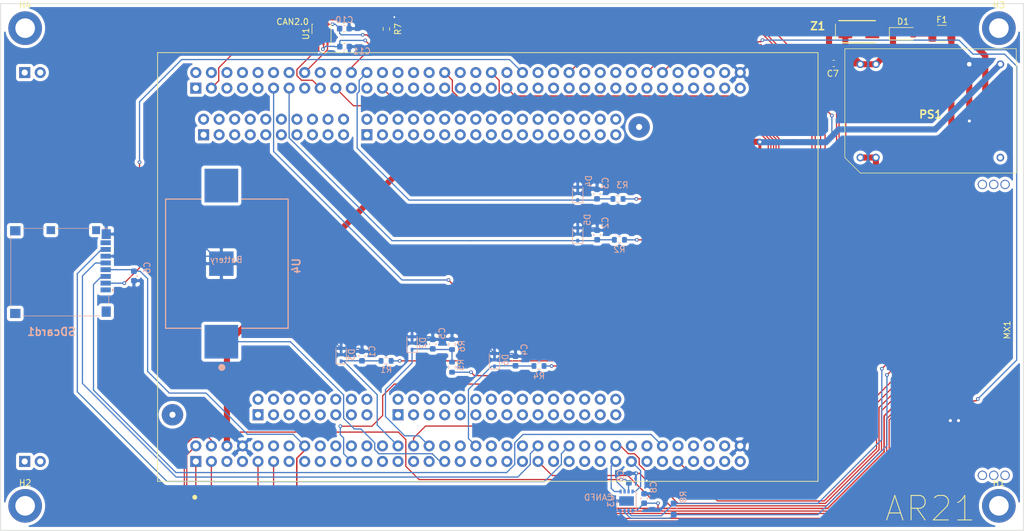
<source format=kicad_pcb>
(kicad_pcb (version 20171130) (host pcbnew "(5.1.6)-1")
  (layers (0 Front_GND signal) (31 Back_GND signal) (34 B.Paste user) (35 F.Paste user) (36 B.SilkS user) (37 F.SilkS user) (38 B.Mask user) (39 F.Mask user) (44 Edge.Cuts user))
  (net 0 "")
  (net 1 GND)
  (net 2 SusDipsFiltered-FR)
  (net 3 SusDipsFiltered-FL)
  (net 4 SusDipsFiltered-RR)
  (net 5 SusDipsFiltered-RL)
  (net 6 ClutchPSFiltered)
  (net 7 12V_IN)
  (net 8 +3V3)
  (net 9 +5V)
  (net 10 "Net-(D1-Pad2)")
  (net 11 12V_safe)
  (net 12 4G-RX)
  (net 13 4G-TX)
  (net 14 VN-RX)
  (net 15 VN-TX)
  (net 16 GearPS-MISO)
  (net 17 GearPS-MOSI)
  (net 18 CAN2.0-CANL)
  (net 19 CAN2.0-CANH)
  (net 20 CANFD-CANL)
  (net 21 CANFD-CANH)
  (net 22 Servo-IO)
  (net 23 Servo-RX)
  (net 24 Servo-TX)
  (net 25 SD-CS)
  (net 26 SD-MOSI)
  (net 27 SD-SCK)
  (net 28 SD-MISO)
  (net 29 CAN2.0-RX)
  (net 30 CAN2.0-TX)
  (net 31 CANFD-TX)
  (net 32 CANFD-RX)
  (net 33 12V_GND)
  (net 34 "Net-(U2-PadCN11_33)")
  (net 35 SusDips-FR)
  (net 36 SusDips-FL)
  (net 37 SusDips-RR)
  (net 38 SusDips-RL)
  (net 39 ClutchPS)
  (net 40 WSHE-RL)
  (net 41 GearPS-SCK)
  (net 42 WSHE-FL)
  (net 43 WSHE-FR)
  (net 44 StearingAS)
  (net 45 GearPS-CS)
  (net 46 WSHE-RR)
  (net 47 I2C1-SDA)
  (net 48 I2C1-SCL)
  (net 49 GPIO-digital2)
  (net 50 GPIO-digital1)
  (net 51 GPIO-analog-ut2)
  (net 52 GPIO-analog-ut1)
  (module Capacitor_SMD:C_0603_1608Metric (layer Back_GND) (at 110.0582 33.3756 180)
    (fp_text reference C10 (at 0 1.43) (layer B.SilkS) (effects (justify mirror)))
    (fp_text value 10uF)
    (pad 2 smd roundrect (at 0.775 0 180) (size 0.9 0.95) (layers Back_GND B.Paste B.Mask) (net 8 +3V3))
    (pad 1 smd roundrect (at -0.775 0 180) (size 0.9 0.95) (layers Back_GND B.Paste B.Mask) (net 1 GND))
  )
  (module Teensy_Footprint_Library:D_SOD-323-MM3Z3V6T1G (layer Back_GND) (at 109.5248 86.6394 90)
    (fp_text reference D3 (at 0.0508 1.7018 270) (layer B.SilkS) (effects (justify mirror)))
    (fp_text value D_Zener_MM3Z3V6T1G)
    (pad 1 smd rect (at -1.05 0 90) (size 0.6 0.45) (layers Back_GND B.Paste B.Mask) (net 2 SusDipsFiltered-FR))
    (pad 2 smd rect (at 1.05 0 90) (size 0.6 0.45) (layers Back_GND B.Paste B.Mask) (net 1 GND))
  )
  (module Resistor_SMD:R_0603_1608Metric (layer Back_GND) (at 116.8654 87.63)
    (fp_text reference R1 (at 0 1.43) (layer B.SilkS) (effects (justify mirror)))
    (fp_text value 10k)
    (pad 1 smd roundrect (at -0.825 0) (size 0.8 0.95) (layers Back_GND B.Paste B.Mask) (net 2 SusDipsFiltered-FR))
    (pad 2 smd roundrect (at 0.825 0) (size 0.8 0.95) (layers Back_GND B.Paste B.Mask) (net 35 SusDips-FR))
  )
  (module Capacitor_SMD:C_0603_1608Metric (layer Back_GND) (at 112.9284 86.8426 90)
    (fp_text reference C1 (at 0.7366 1.651 270) (layer B.SilkS) (effects (justify mirror)))
    (fp_text value 15n)
    (pad 2 smd roundrect (at 0.775 0 90) (size 0.9 0.95) (layers Back_GND B.Paste B.Mask) (net 1 GND))
    (pad 1 smd roundrect (at -0.775 0 90) (size 0.9 0.95) (layers Back_GND B.Paste B.Mask) (net 2 SusDipsFiltered-FR))
  )
  (module Resistor_SMD:R_0603_1608Metric (layer Back_GND) (at 141.8336 88.4682)
    (fp_text reference R4 (at 0 1.6256) (layer B.SilkS) (effects (justify mirror)))
    (fp_text value 10k)
    (pad 1 smd roundrect (at -0.825 0) (size 0.8 0.95) (layers Back_GND B.Paste B.Mask) (net 5 SusDipsFiltered-RL))
    (pad 2 smd roundrect (at 0.825 0) (size 0.8 0.95) (layers Back_GND B.Paste B.Mask) (net 38 SusDips-RL))
  )
  (module Teensy_Footprint_Library:MODULE_NUCLEO-F429ZI (layer Front_GND) (at 130.8862 72.3028 90)
    (fp_text reference U2 (at -30.955 -52.749 90) (layer F.SilkS) (effects (font (size 1.4 1.4) (thickness 0.015))))
    (fp_text value NUCLEO-H745ZI-Q)
    (pad CN11_1 thru_hole rect (at -31.75 -45.09 90) (size 1.8 1.8) (drill 1) (layers *.Cu *.Mask) (net 15 VN-TX))
    (pad CN11_2 thru_hole circle (at -29.21 -45.09 90) (size 1.8 1.8) (drill 1) (layers *.Cu *.Mask) (net 14 VN-RX))
    (pad CN11_3 thru_hole circle (at -31.75 -42.55 90) (size 1.8 1.8) (drill 1) (layers *.Cu *.Mask) (net 13 4G-TX))
    (pad CN11_4 thru_hole circle (at -29.21 -42.55 90) (size 1.8 1.8) (drill 1) (layers *.Cu *.Mask) (net 12 4G-RX))
    (pad CN11_5 thru_hole circle (at -31.75 -40.01 90) (size 1.8 1.8) (drill 1) (layers *.Cu *.Mask))
    (pad CN11_6 thru_hole circle (at -29.21 -40.01 90) (size 1.8 1.8) (drill 1) (layers *.Cu *.Mask) (net 9 +5V))
    (pad CN11_7 thru_hole circle (at -31.75 -37.47 90) (size 1.8 1.8) (drill 1) (layers *.Cu *.Mask))
    (pad CN11_8 thru_hole circle (at -29.21 -37.47 90) (size 1.8 1.8) (drill 1) (layers *.Cu *.Mask) (net 1 GND))
    (pad CN11_9 thru_hole circle (at -31.75 -34.93 90) (size 1.8 1.8) (drill 1) (layers *.Cu *.Mask) (net 23 Servo-RX))
    (pad CN11_10 thru_hole circle (at -29.21 -34.93 90) (size 1.8 1.8) (drill 1) (layers *.Cu *.Mask))
    (pad CN11_11 thru_hole circle (at -31.75 -32.39 90) (size 1.8 1.8) (drill 1) (layers *.Cu *.Mask) (net 24 Servo-TX))
    (pad CN11_12 thru_hole circle (at -29.21 -32.39 90) (size 1.8 1.8) (drill 1) (layers *.Cu *.Mask))
    (pad CN11_13 thru_hole circle (at -31.75 -29.85 90) (size 1.8 1.8) (drill 1) (layers *.Cu *.Mask))
    (pad CN11_14 thru_hole circle (at -29.21 -29.85 90) (size 1.8 1.8) (drill 1) (layers *.Cu *.Mask))
    (pad CN11_15 thru_hole circle (at -31.75 -27.31 90) (size 1.8 1.8) (drill 1) (layers *.Cu *.Mask))
    (pad CN11_16 thru_hole circle (at -29.21 -27.31 90) (size 1.8 1.8) (drill 1) (layers *.Cu *.Mask) (net 8 +3V3))
    (pad CN11_17 thru_hole circle (at -31.75 -24.77 90) (size 1.8 1.8) (drill 1) (layers *.Cu *.Mask))
    (pad CN11_18 thru_hole circle (at -29.21 -24.77 90) (size 1.8 1.8) (drill 1) (layers *.Cu *.Mask))
    (pad CN11_19 thru_hole circle (at -31.75 -22.23 90) (size 1.8 1.8) (drill 1) (layers *.Cu *.Mask))
    (pad CN11_20 thru_hole circle (at -29.21 -22.23 90) (size 1.8 1.8) (drill 1) (layers *.Cu *.Mask))
    (pad CN11_21 thru_hole circle (at -31.75 -19.69 90) (size 1.8 1.8) (drill 1) (layers *.Cu *.Mask) (net 47 I2C1-SDA))
    (pad CN11_22 thru_hole circle (at -29.21 -19.69 90) (size 1.8 1.8) (drill 1) (layers *.Cu *.Mask))
    (pad CN11_23 thru_hole circle (at -31.75 -17.15 90) (size 1.8 1.8) (drill 1) (layers *.Cu *.Mask))
    (pad CN11_24 thru_hole circle (at -29.21 -17.15 90) (size 1.8 1.8) (drill 1) (layers *.Cu *.Mask))
    (pad CN11_25 thru_hole circle (at -31.75 -14.61 90) (size 1.8 1.8) (drill 1) (layers *.Cu *.Mask))
    (pad CN11_26 thru_hole circle (at -29.21 -14.61 90) (size 1.8 1.8) (drill 1) (layers *.Cu *.Mask))
    (pad CN11_27 thru_hole circle (at -31.75 -12.07 90) (size 1.8 1.8) (drill 1) (layers *.Cu *.Mask))
    (pad CN11_28 thru_hole circle (at -29.21 -12.07 90) (size 1.8 1.8) (drill 1) (layers *.Cu *.Mask) (net 2 SusDipsFiltered-FR))
    (pad CN11_29 thru_hole circle (at -31.75 -9.53 90) (size 1.8 1.8) (drill 1) (layers *.Cu *.Mask))
    (pad CN11_30 thru_hole circle (at -29.21 -9.53 90) (size 1.8 1.8) (drill 1) (layers *.Cu *.Mask) (net 40 WSHE-RL))
    (pad CN11_31 thru_hole circle (at -31.75 -6.99 90) (size 1.8 1.8) (drill 1) (layers *.Cu *.Mask))
    (pad CN11_32 thru_hole circle (at -29.21 -6.99 90) (size 1.8 1.8) (drill 1) (layers *.Cu *.Mask) (net 6 ClutchPSFiltered))
    (pad CN11_33 thru_hole circle (at -31.75 -4.45 90) (size 1.8 1.8) (drill 1) (layers *.Cu *.Mask) (net 34 "Net-(U2-PadCN11_33)"))
    (pad CN11_34 thru_hole circle (at -29.21 -4.45 90) (size 1.8 1.8) (drill 1) (layers *.Cu *.Mask))
    (pad CN11_35 thru_hole circle (at -31.75 -1.91 90) (size 1.8 1.8) (drill 1) (layers *.Cu *.Mask))
    (pad CN11_36 thru_hole circle (at -29.21 -1.91 90) (size 1.8 1.8) (drill 1) (layers *.Cu *.Mask))
    (pad CN11_37 thru_hole circle (at -31.75 0.63 90) (size 1.8 1.8) (drill 1) (layers *.Cu *.Mask))
    (pad CN11_38 thru_hole circle (at -29.21 0.63 90) (size 1.8 1.8) (drill 1) (layers *.Cu *.Mask) (net 5 SusDipsFiltered-RL))
    (pad CN11_39 thru_hole circle (at -31.75 3.17 90) (size 1.8 1.8) (drill 1) (layers *.Cu *.Mask))
    (pad CN11_40 thru_hole circle (at -29.21 3.17 90) (size 1.8 1.8) (drill 1) (layers *.Cu *.Mask))
    (pad CN11_41 thru_hole circle (at -31.75 5.71 90) (size 1.8 1.8) (drill 1) (layers *.Cu *.Mask))
    (pad CN11_42 thru_hole circle (at -29.21 5.71 90) (size 1.8 1.8) (drill 1) (layers *.Cu *.Mask))
    (pad CN11_43 thru_hole circle (at -31.75 8.25 90) (size 1.8 1.8) (drill 1) (layers *.Cu *.Mask))
    (pad CN11_44 thru_hole circle (at -29.21 8.25 90) (size 1.8 1.8) (drill 1) (layers *.Cu *.Mask))
    (pad CN11_45 thru_hole circle (at -31.75 10.79 90) (size 1.8 1.8) (drill 1) (layers *.Cu *.Mask) (net 17 GearPS-MOSI))
    (pad CN11_46 thru_hole circle (at -29.21 10.79 90) (size 1.8 1.8) (drill 1) (layers *.Cu *.Mask) (net 27 SD-SCK))
    (pad CN11_47 thru_hole circle (at -31.75 13.33 90) (size 1.8 1.8) (drill 1) (layers *.Cu *.Mask))
    (pad CN11_48 thru_hole circle (at -29.21 13.33 90) (size 1.8 1.8) (drill 1) (layers *.Cu *.Mask))
    (pad CN11_49 thru_hole circle (at -31.75 15.87 90) (size 1.8 1.8) (drill 1) (layers *.Cu *.Mask))
    (pad CN11_50 thru_hole circle (at -29.21 15.87 90) (size 1.8 1.8) (drill 1) (layers *.Cu *.Mask) (net 28 SD-MISO))
    (pad CN11_51 thru_hole circle (at -31.75 18.41 90) (size 1.8 1.8) (drill 1) (layers *.Cu *.Mask))
    (pad CN11_52 thru_hole circle (at -29.21 18.41 90) (size 1.8 1.8) (drill 1) (layers *.Cu *.Mask))
    (pad CN11_53 thru_hole circle (at -31.75 20.95 90) (size 1.8 1.8) (drill 1) (layers *.Cu *.Mask))
    (pad CN11_54 thru_hole circle (at -29.21 20.95 90) (size 1.8 1.8) (drill 1) (layers *.Cu *.Mask))
    (pad CN11_55 thru_hole circle (at -31.75 23.49 90) (size 1.8 1.8) (drill 1) (layers *.Cu *.Mask) (net 31 CANFD-TX))
    (pad CN11_56 thru_hole circle (at -29.21 23.49 90) (size 1.8 1.8) (drill 1) (layers *.Cu *.Mask) (net 22 Servo-IO))
    (pad CN11_57 thru_hole circle (at -31.75 26.03 90) (size 1.8 1.8) (drill 1) (layers *.Cu *.Mask) (net 32 CANFD-RX))
    (pad CN11_58 thru_hole circle (at -29.21 26.03 90) (size 1.8 1.8) (drill 1) (layers *.Cu *.Mask))
    (pad CN11_59 thru_hole circle (at -31.75 28.57 90) (size 1.8 1.8) (drill 1) (layers *.Cu *.Mask))
    (pad CN11_60 thru_hole circle (at -29.21 28.57 90) (size 1.8 1.8) (drill 1) (layers *.Cu *.Mask))
    (pad CN11_61 thru_hole circle (at -31.75 31.11 90) (size 1.8 1.8) (drill 1) (layers *.Cu *.Mask))
    (pad CN11_62 thru_hole circle (at -29.21 31.11 90) (size 1.8 1.8) (drill 1) (layers *.Cu *.Mask) (net 26 SD-MOSI))
    (pad CN11_63 thru_hole circle (at -31.75 33.65 90) (size 1.8 1.8) (drill 1) (layers *.Cu *.Mask) (net 16 GearPS-MISO))
    (pad CN11_64 thru_hole circle (at -29.21 33.65 90) (size 1.8 1.8) (drill 1) (layers *.Cu *.Mask))
    (pad CN11_65 thru_hole circle (at -31.75 36.19 90) (size 1.8 1.8) (drill 1) (layers *.Cu *.Mask))
    (pad CN11_66 thru_hole circle (at -29.21 36.19 90) (size 1.8 1.8) (drill 1) (layers *.Cu *.Mask))
    (pad CN11_67 thru_hole circle (at -31.75 38.73 90) (size 1.8 1.8) (drill 1) (layers *.Cu *.Mask))
    (pad CN11_68 thru_hole circle (at -29.21 38.73 90) (size 1.8 1.8) (drill 1) (layers *.Cu *.Mask))
    (pad CN11_69 thru_hole circle (at -31.75 41.27 90) (size 1.8 1.8) (drill 1) (layers *.Cu *.Mask))
    (pad CN11_70 thru_hole circle (at -29.21 41.27 90) (size 1.8 1.8) (drill 1) (layers *.Cu *.Mask))
    (pad CN11_71 thru_hole circle (at -31.75 43.81 90) (size 1.8 1.8) (drill 1) (layers *.Cu *.Mask))
    (pad CN11_72 thru_hole circle (at -29.21 43.81 90) (size 1.8 1.8) (drill 1) (layers *.Cu *.Mask) (net 1 GND))
    (pad CN8_1 thru_hole rect (at -24.13 -34.93 90) (size 1.8 1.8) (drill 1) (layers *.Cu *.Mask))
    (pad CN8_2 thru_hole circle (at -21.59 -34.93 90) (size 1.8 1.8) (drill 1) (layers *.Cu *.Mask))
    (pad CN8_3 thru_hole circle (at -24.13 -32.39 90) (size 1.8 1.8) (drill 1) (layers *.Cu *.Mask))
    (pad CN8_4 thru_hole circle (at -21.59 -32.39 90) (size 1.8 1.8) (drill 1) (layers *.Cu *.Mask))
    (pad CN8_5 thru_hole circle (at -24.13 -29.85 90) (size 1.8 1.8) (drill 1) (layers *.Cu *.Mask))
    (pad CN8_6 thru_hole circle (at -21.59 -29.85 90) (size 1.8 1.8) (drill 1) (layers *.Cu *.Mask))
    (pad CN8_7 thru_hole circle (at -24.13 -27.31 90) (size 1.8 1.8) (drill 1) (layers *.Cu *.Mask))
    (pad CN8_8 thru_hole circle (at -21.59 -27.31 90) (size 1.8 1.8) (drill 1) (layers *.Cu *.Mask))
    (pad CN8_9 thru_hole circle (at -24.13 -24.77 90) (size 1.8 1.8) (drill 1) (layers *.Cu *.Mask))
    (pad CN8_10 thru_hole circle (at -21.59 -24.77 90) (size 1.8 1.8) (drill 1) (layers *.Cu *.Mask))
    (pad CN8_11 thru_hole circle (at -24.13 -22.23 90) (size 1.8 1.8) (drill 1) (layers *.Cu *.Mask))
    (pad CN8_12 thru_hole circle (at -21.59 -22.23 90) (size 1.8 1.8) (drill 1) (layers *.Cu *.Mask))
    (pad CN8_13 thru_hole circle (at -24.13 -19.69 90) (size 1.8 1.8) (drill 1) (layers *.Cu *.Mask))
    (pad CN8_14 thru_hole circle (at -21.59 -19.69 90) (size 1.8 1.8) (drill 1) (layers *.Cu *.Mask))
    (pad CN8_15 thru_hole circle (at -24.13 -17.15 90) (size 1.8 1.8) (drill 1) (layers *.Cu *.Mask))
    (pad CN8_16 thru_hole circle (at -21.59 -17.15 90) (size 1.8 1.8) (drill 1) (layers *.Cu *.Mask))
    (pad CN9_1 thru_hole rect (at -24.13 -12.07 90) (size 1.8 1.8) (drill 1) (layers *.Cu *.Mask))
    (pad CN9_2 thru_hole circle (at -21.59 -12.07 90) (size 1.8 1.8) (drill 1) (layers *.Cu *.Mask))
    (pad CN9_3 thru_hole circle (at -24.13 -9.53 90) (size 1.8 1.8) (drill 1) (layers *.Cu *.Mask))
    (pad CN9_4 thru_hole circle (at -21.59 -9.53 90) (size 1.8 1.8) (drill 1) (layers *.Cu *.Mask))
    (pad CN9_5 thru_hole circle (at -24.13 -6.99 90) (size 1.8 1.8) (drill 1) (layers *.Cu *.Mask))
    (pad CN9_6 thru_hole circle (at -21.59 -6.99 90) (size 1.8 1.8) (drill 1) (layers *.Cu *.Mask))
    (pad CN9_7 thru_hole circle (at -24.13 -4.45 90) (size 1.8 1.8) (drill 1) (layers *.Cu *.Mask))
    (pad CN9_8 thru_hole circle (at -21.59 -4.45 90) (size 1.8 1.8) (drill 1) (layers *.Cu *.Mask))
    (pad CN9_9 thru_hole circle (at -24.13 -1.91 90) (size 1.8 1.8) (drill 1) (layers *.Cu *.Mask))
    (pad CN9_10 thru_hole circle (at -21.59 -1.91 90) (size 1.8 1.8) (drill 1) (layers *.Cu *.Mask))
    (pad CN9_11 thru_hole circle (at -24.13 0.63 90) (size 1.8 1.8) (drill 1) (layers *.Cu *.Mask))
    (pad CN9_12 thru_hole circle (at -21.59 0.63 90) (size 1.8 1.8) (drill 1) (layers *.Cu *.Mask))
    (pad CN9_13 thru_hole circle (at -24.13 3.17 90) (size 1.8 1.8) (drill 1) (layers *.Cu *.Mask))
    (pad CN9_14 thru_hole circle (at -21.59 3.17 90) (size 1.8 1.8) (drill 1) (layers *.Cu *.Mask))
    (pad CN9_15 thru_hole circle (at -24.13 5.71 90) (size 1.8 1.8) (drill 1) (layers *.Cu *.Mask))
    (pad CN9_16 thru_hole circle (at -21.59 5.71 90) (size 1.8 1.8) (drill 1) (layers *.Cu *.Mask))
    (pad CN9_17 thru_hole circle (at -24.13 8.25 90) (size 1.8 1.8) (drill 1) (layers *.Cu *.Mask))
    (pad CN9_18 thru_hole circle (at -21.59 8.25 90) (size 1.8 1.8) (drill 1) (layers *.Cu *.Mask))
    (pad CN9_19 thru_hole circle (at -24.13 10.79 90) (size 1.8 1.8) (drill 1) (layers *.Cu *.Mask))
    (pad CN9_20 thru_hole circle (at -21.59 10.79 90) (size 1.8 1.8) (drill 1) (layers *.Cu *.Mask))
    (pad CN9_21 thru_hole circle (at -24.13 13.33 90) (size 1.8 1.8) (drill 1) (layers *.Cu *.Mask))
    (pad CN9_22 thru_hole circle (at -21.59 13.33 90) (size 1.8 1.8) (drill 1) (layers *.Cu *.Mask))
    (pad CN9_23 thru_hole circle (at -24.13 15.87 90) (size 1.8 1.8) (drill 1) (layers *.Cu *.Mask))
    (pad CN9_24 thru_hole circle (at -21.59 15.87 90) (size 1.8 1.8) (drill 1) (layers *.Cu *.Mask))
    (pad CN9_25 thru_hole circle (at -24.13 18.41 90) (size 1.8 1.8) (drill 1) (layers *.Cu *.Mask))
    (pad CN9_26 thru_hole circle (at -21.59 18.41 90) (size 1.8 1.8) (drill 1) (layers *.Cu *.Mask))
    (pad CN9_27 thru_hole circle (at -24.13 20.95 90) (size 1.8 1.8) (drill 1) (layers *.Cu *.Mask))
    (pad CN9_28 thru_hole circle (at -21.59 20.95 90) (size 1.8 1.8) (drill 1) (layers *.Cu *.Mask))
    (pad CN9_29 thru_hole circle (at -24.13 23.49 90) (size 1.8 1.8) (drill 1) (layers *.Cu *.Mask))
    (pad CN9_30 thru_hole circle (at -21.59 23.49 90) (size 1.8 1.8) (drill 1) (layers *.Cu *.Mask))
    (pad CN7_1 thru_hole rect (at 21.59 -43.82 90) (size 1.8 1.8) (drill 1) (layers *.Cu *.Mask))
    (pad CN7_2 thru_hole circle (at 24.13 -43.82 90) (size 1.8 1.8) (drill 1) (layers *.Cu *.Mask))
    (pad CN7_3 thru_hole circle (at 21.59 -41.28 90) (size 1.8 1.8) (drill 1) (layers *.Cu *.Mask))
    (pad CN7_4 thru_hole circle (at 24.13 -41.28 90) (size 1.8 1.8) (drill 1) (layers *.Cu *.Mask))
    (pad CN7_5 thru_hole circle (at 21.59 -38.74 90) (size 1.8 1.8) (drill 1) (layers *.Cu *.Mask))
    (pad CN7_6 thru_hole circle (at 24.13 -38.74 90) (size 1.8 1.8) (drill 1) (layers *.Cu *.Mask))
    (pad CN7_7 thru_hole circle (at 21.59 -36.2 90) (size 1.8 1.8) (drill 1) (layers *.Cu *.Mask))
    (pad CN7_8 thru_hole circle (at 24.13 -36.2 90) (size 1.8 1.8) (drill 1) (layers *.Cu *.Mask))
    (pad CN7_9 thru_hole circle (at 21.59 -33.66 90) (size 1.8 1.8) (drill 1) (layers *.Cu *.Mask))
    (pad CN7_10 thru_hole circle (at 24.13 -33.66 90) (size 1.8 1.8) (drill 1) (layers *.Cu *.Mask))
    (pad CN7_11 thru_hole circle (at 21.59 -31.12 90) (size 1.8 1.8) (drill 1) (layers *.Cu *.Mask))
    (pad CN7_12 thru_hole circle (at 24.13 -31.12 90) (size 1.8 1.8) (drill 1) (layers *.Cu *.Mask))
    (pad CN7_13 thru_hole circle (at 21.59 -28.58 90) (size 1.8 1.8) (drill 1) (layers *.Cu *.Mask))
    (pad CN7_14 thru_hole circle (at 24.13 -28.58 90) (size 1.8 1.8) (drill 1) (layers *.Cu *.Mask))
    (pad CN7_15 thru_hole circle (at 21.59 -26.04 90) (size 1.8 1.8) (drill 1) (layers *.Cu *.Mask))
    (pad CN7_16 thru_hole circle (at 24.13 -26.04 90) (size 1.8 1.8) (drill 1) (layers *.Cu *.Mask))
    (pad CN7_17 thru_hole circle (at 21.59 -23.5 90) (size 1.8 1.8) (drill 1) (layers *.Cu *.Mask))
    (pad CN7_18 thru_hole circle (at 24.13 -23.5 90) (size 1.8 1.8) (drill 1) (layers *.Cu *.Mask))
    (pad CN7_19 thru_hole circle (at 21.59 -20.96 90) (size 1.8 1.8) (drill 1) (layers *.Cu *.Mask))
    (pad CN7_20 thru_hole circle (at 24.13 -20.96 90) (size 1.8 1.8) (drill 1) (layers *.Cu *.Mask))
    (pad CN10_1 thru_hole rect (at 21.59 -17.15 90) (size 1.8 1.8) (drill 1) (layers *.Cu *.Mask))
    (pad CN10_2 thru_hole circle (at 24.13 -17.15 90) (size 1.8 1.8) (drill 1) (layers *.Cu *.Mask))
    (pad CN10_3 thru_hole circle (at 21.59 -14.61 90) (size 1.8 1.8) (drill 1) (layers *.Cu *.Mask))
    (pad CN10_4 thru_hole circle (at 24.13 -14.61 90) (size 1.8 1.8) (drill 1) (layers *.Cu *.Mask))
    (pad CN10_5 thru_hole circle (at 21.59 -12.07 90) (size 1.8 1.8) (drill 1) (layers *.Cu *.Mask))
    (pad CN10_6 thru_hole circle (at 24.13 -12.07 90) (size 1.8 1.8) (drill 1) (layers *.Cu *.Mask))
    (pad CN10_7 thru_hole circle (at 21.59 -9.53 90) (size 1.8 1.8) (drill 1) (layers *.Cu *.Mask))
    (pad CN10_8 thru_hole circle (at 24.13 -9.53 90) (size 1.8 1.8) (drill 1) (layers *.Cu *.Mask))
    (pad CN10_9 thru_hole circle (at 21.59 -6.99 90) (size 1.8 1.8) (drill 1) (layers *.Cu *.Mask))
    (pad CN10_10 thru_hole circle (at 24.13 -6.99 90) (size 1.8 1.8) (drill 1) (layers *.Cu *.Mask))
    (pad CN10_11 thru_hole circle (at 21.59 -4.45 90) (size 1.8 1.8) (drill 1) (layers *.Cu *.Mask))
    (pad CN10_12 thru_hole circle (at 24.13 -4.45 90) (size 1.8 1.8) (drill 1) (layers *.Cu *.Mask))
    (pad CN10_13 thru_hole circle (at 21.59 -1.91 90) (size 1.8 1.8) (drill 1) (layers *.Cu *.Mask))
    (pad CN10_14 thru_hole circle (at 24.13 -1.91 90) (size 1.8 1.8) (drill 1) (layers *.Cu *.Mask))
    (pad CN10_15 thru_hole circle (at 21.59 0.63 90) (size 1.8 1.8) (drill 1) (layers *.Cu *.Mask))
    (pad CN10_16 thru_hole circle (at 24.13 0.63 90) (size 1.8 1.8) (drill 1) (layers *.Cu *.Mask))
    (pad CN10_17 thru_hole circle (at 21.59 3.17 90) (size 1.8 1.8) (drill 1) (layers *.Cu *.Mask))
    (pad CN10_18 thru_hole circle (at 24.13 3.17 90) (size 1.8 1.8) (drill 1) (layers *.Cu *.Mask))
    (pad CN10_19 thru_hole circle (at 21.59 5.71 90) (size 1.8 1.8) (drill 1) (layers *.Cu *.Mask))
    (pad CN10_20 thru_hole circle (at 24.13 5.71 90) (size 1.8 1.8) (drill 1) (layers *.Cu *.Mask))
    (pad CN10_21 thru_hole circle (at 21.59 8.25 90) (size 1.8 1.8) (drill 1) (layers *.Cu *.Mask))
    (pad CN10_22 thru_hole circle (at 24.13 8.25 90) (size 1.8 1.8) (drill 1) (layers *.Cu *.Mask))
    (pad CN10_23 thru_hole circle (at 21.59 10.79 90) (size 1.8 1.8) (drill 1) (layers *.Cu *.Mask))
    (pad CN10_24 thru_hole circle (at 24.13 10.79 90) (size 1.8 1.8) (drill 1) (layers *.Cu *.Mask))
    (pad CN10_25 thru_hole circle (at 21.59 13.33 90) (size 1.8 1.8) (drill 1) (layers *.Cu *.Mask))
    (pad CN10_26 thru_hole circle (at 24.13 13.33 90) (size 1.8 1.8) (drill 1) (layers *.Cu *.Mask))
    (pad CN10_27 thru_hole circle (at 21.59 15.87 90) (size 1.8 1.8) (drill 1) (layers *.Cu *.Mask))
    (pad CN10_28 thru_hole circle (at 24.13 15.87 90) (size 1.8 1.8) (drill 1) (layers *.Cu *.Mask))
    (pad CN10_29 thru_hole circle (at 21.59 18.41 90) (size 1.8 1.8) (drill 1) (layers *.Cu *.Mask))
    (pad CN10_30 thru_hole circle (at 24.13 18.41 90) (size 1.8 1.8) (drill 1) (layers *.Cu *.Mask))
    (pad CN10_31 thru_hole circle (at 21.59 20.95 90) (size 1.8 1.8) (drill 1) (layers *.Cu *.Mask))
    (pad CN10_32 thru_hole circle (at 24.13 20.95 90) (size 1.8 1.8) (drill 1) (layers *.Cu *.Mask))
    (pad CN10_33 thru_hole circle (at 21.59 23.49 90) (size 1.8 1.8) (drill 1) (layers *.Cu *.Mask))
    (pad CN10_34 thru_hole circle (at 24.13 23.49 90) (size 1.8 1.8) (drill 1) (layers *.Cu *.Mask))
    (pad CN12_1 thru_hole rect (at 29.21 -45.09 90) (size 1.8 1.8) (drill 1) (layers *.Cu *.Mask))
    (pad CN12_2 thru_hole circle (at 31.75 -45.09 90) (size 1.8 1.8) (drill 1) (layers *.Cu *.Mask))
    (pad CN12_3 thru_hole circle (at 29.21 -42.55 90) (size 1.8 1.8) (drill 1) (layers *.Cu *.Mask) (net 48 I2C1-SCL))
    (pad CN12_4 thru_hole circle (at 31.75 -42.55 90) (size 1.8 1.8) (drill 1) (layers *.Cu *.Mask))
    (pad CN12_5 thru_hole circle (at 29.21 -40.01 90) (size 1.8 1.8) (drill 1) (layers *.Cu *.Mask))
    (pad CN12_6 thru_hole circle (at 31.75 -40.01 90) (size 1.8 1.8) (drill 1) (layers *.Cu *.Mask))
    (pad CN12_7 thru_hole circle (at 29.21 -37.47 90) (size 1.8 1.8) (drill 1) (layers *.Cu *.Mask))
    (pad CN12_8 thru_hole circle (at 31.75 -37.47 90) (size 1.8 1.8) (drill 1) (layers *.Cu *.Mask))
    (pad CN12_9 thru_hole circle (at 29.21 -34.93 90) (size 1.8 1.8) (drill 1) (layers *.Cu *.Mask))
    (pad CN12_10 thru_hole circle (at 31.75 -34.93 90) (size 1.8 1.8) (drill 1) (layers *.Cu *.Mask))
    (pad CN12_11 thru_hole circle (at 29.21 -32.39 90) (size 1.8 1.8) (drill 1) (layers *.Cu *.Mask) (net 41 GearPS-SCK))
    (pad CN12_12 thru_hole circle (at 31.75 -32.39 90) (size 1.8 1.8) (drill 1) (layers *.Cu *.Mask))
    (pad CN12_13 thru_hole circle (at 29.21 -29.85 90) (size 1.8 1.8) (drill 1) (layers *.Cu *.Mask) (net 3 SusDipsFiltered-FL))
    (pad CN12_14 thru_hole circle (at 31.75 -29.85 90) (size 1.8 1.8) (drill 1) (layers *.Cu *.Mask))
    (pad CN12_15 thru_hole circle (at 29.21 -27.31 90) (size 1.8 1.8) (drill 1) (layers *.Cu *.Mask))
    (pad CN12_16 thru_hole circle (at 31.75 -27.31 90) (size 1.8 1.8) (drill 1) (layers *.Cu *.Mask) (net 29 CAN2.0-RX))
    (pad CN12_17 thru_hole circle (at 29.21 -24.77 90) (size 1.8 1.8) (drill 1) (layers *.Cu *.Mask) (net 30 CAN2.0-TX))
    (pad CN12_18 thru_hole circle (at 31.75 -24.77 90) (size 1.8 1.8) (drill 1) (layers *.Cu *.Mask))
    (pad CN12_19 thru_hole circle (at 29.21 -22.23 90) (size 1.8 1.8) (drill 1) (layers *.Cu *.Mask) (net 42 WSHE-FL))
    (pad CN12_20 thru_hole circle (at 31.75 -22.23 90) (size 1.8 1.8) (drill 1) (layers *.Cu *.Mask))
    (pad CN12_21 thru_hole circle (at 29.21 -19.69 90) (size 1.8 1.8) (drill 1) (layers *.Cu *.Mask))
    (pad CN12_22 thru_hole circle (at 31.75 -19.69 90) (size 1.8 1.8) (drill 1) (layers *.Cu *.Mask) (net 50 GPIO-digital1))
    (pad CN12_23 thru_hole circle (at 29.21 -17.15 90) (size 1.8 1.8) (drill 1) (layers *.Cu *.Mask))
    (pad CN12_24 thru_hole circle (at 31.75 -17.15 90) (size 1.8 1.8) (drill 1) (layers *.Cu *.Mask) (net 4 SusDipsFiltered-RR))
    (pad CN12_25 thru_hole circle (at 29.21 -14.61 90) (size 1.8 1.8) (drill 1) (layers *.Cu *.Mask) (net 43 WSHE-FR))
    (pad CN12_26 thru_hole circle (at 31.75 -14.61 90) (size 1.8 1.8) (drill 1) (layers *.Cu *.Mask))
    (pad CN12_27 thru_hole circle (at 29.21 -12.07 90) (size 1.8 1.8) (drill 1) (layers *.Cu *.Mask))
    (pad CN12_28 thru_hole circle (at 31.75 -12.07 90) (size 1.8 1.8) (drill 1) (layers *.Cu *.Mask))
    (pad CN12_29 thru_hole circle (at 29.21 -9.53 90) (size 1.8 1.8) (drill 1) (layers *.Cu *.Mask))
    (pad CN12_30 thru_hole circle (at 31.75 -9.53 90) (size 1.8 1.8) (drill 1) (layers *.Cu *.Mask))
    (pad CN12_31 thru_hole circle (at 29.21 -6.99 90) (size 1.8 1.8) (drill 1) (layers *.Cu *.Mask))
    (pad CN12_32 thru_hole circle (at 31.75 -6.99 90) (size 1.8 1.8) (drill 1) (layers *.Cu *.Mask))
    (pad CN12_33 thru_hole circle (at 29.21 -4.45 90) (size 1.8 1.8) (drill 1) (layers *.Cu *.Mask))
    (pad CN12_34 thru_hole circle (at 31.75 -4.45 90) (size 1.8 1.8) (drill 1) (layers *.Cu *.Mask) (net 44 StearingAS))
    (pad CN12_35 thru_hole circle (at 29.21 -1.91 90) (size 1.8 1.8) (drill 1) (layers *.Cu *.Mask))
    (pad CN12_36 thru_hole circle (at 31.75 -1.91 90) (size 1.8 1.8) (drill 1) (layers *.Cu *.Mask))
    (pad CN12_37 thru_hole circle (at 29.21 0.63 90) (size 1.8 1.8) (drill 1) (layers *.Cu *.Mask))
    (pad CN12_38 thru_hole circle (at 31.75 0.63 90) (size 1.8 1.8) (drill 1) (layers *.Cu *.Mask))
    (pad CN12_39 thru_hole circle (at 29.21 3.17 90) (size 1.8 1.8) (drill 1) (layers *.Cu *.Mask))
    (pad CN12_40 thru_hole circle (at 31.75 3.17 90) (size 1.8 1.8) (drill 1) (layers *.Cu *.Mask) (net 45 GearPS-CS))
    (pad CN12_41 thru_hole circle (at 29.21 5.71 90) (size 1.8 1.8) (drill 1) (layers *.Cu *.Mask) (net 46 WSHE-RR))
    (pad CN12_42 thru_hole circle (at 31.75 5.71 90) (size 1.8 1.8) (drill 1) (layers *.Cu *.Mask))
    (pad CN12_43 thru_hole circle (at 29.21 8.25 90) (size 1.8 1.8) (drill 1) (layers *.Cu *.Mask))
    (pad CN12_44 thru_hole circle (at 31.75 8.25 90) (size 1.8 1.8) (drill 1) (layers *.Cu *.Mask) (net 25 SD-CS))
    (pad CN12_45 thru_hole circle (at 29.21 10.79 90) (size 1.8 1.8) (drill 1) (layers *.Cu *.Mask))
    (pad CN12_46 thru_hole circle (at 31.75 10.79 90) (size 1.8 1.8) (drill 1) (layers *.Cu *.Mask))
    (pad CN12_47 thru_hole circle (at 29.21 13.33 90) (size 1.8 1.8) (drill 1) (layers *.Cu *.Mask))
    (pad CN12_48 thru_hole circle (at 31.75 13.33 90) (size 1.8 1.8) (drill 1) (layers *.Cu *.Mask))
    (pad CN12_49 thru_hole circle (at 29.21 15.87 90) (size 1.8 1.8) (drill 1) (layers *.Cu *.Mask))
    (pad CN12_50 thru_hole circle (at 31.75 15.87 90) (size 1.8 1.8) (drill 1) (layers *.Cu *.Mask) (net 52 GPIO-analog-ut1))
    (pad CN12_51 thru_hole circle (at 29.21 18.41 90) (size 1.8 1.8) (drill 1) (layers *.Cu *.Mask))
    (pad CN12_52 thru_hole circle (at 31.75 18.41 90) (size 1.8 1.8) (drill 1) (layers *.Cu *.Mask))
    (pad CN12_53 thru_hole circle (at 29.21 20.95 90) (size 1.8 1.8) (drill 1) (layers *.Cu *.Mask))
    (pad CN12_54 thru_hole circle (at 31.75 20.95 90) (size 1.8 1.8) (drill 1) (layers *.Cu *.Mask))
    (pad CN12_55 thru_hole circle (at 29.21 23.49 90) (size 1.8 1.8) (drill 1) (layers *.Cu *.Mask))
    (pad CN12_56 thru_hole circle (at 31.75 23.49 90) (size 1.8 1.8) (drill 1) (layers *.Cu *.Mask))
    (pad CN12_57 thru_hole circle (at 29.21 26.03 90) (size 1.8 1.8) (drill 1) (layers *.Cu *.Mask))
    (pad CN12_58 thru_hole circle (at 31.75 26.03 90) (size 1.8 1.8) (drill 1) (layers *.Cu *.Mask))
    (pad CN12_59 thru_hole circle (at 29.21 28.57 90) (size 1.8 1.8) (drill 1) (layers *.Cu *.Mask))
    (pad CN12_60 thru_hole circle (at 31.75 28.57 90) (size 1.8 1.8) (drill 1) (layers *.Cu *.Mask) (net 51 GPIO-analog-ut2))
    (pad CN12_61 thru_hole circle (at 29.21 31.11 90) (size 1.8 1.8) (drill 1) (layers *.Cu *.Mask))
    (pad CN12_62 thru_hole circle (at 31.75 31.11 90) (size 1.8 1.8) (drill 1) (layers *.Cu *.Mask) (net 49 GPIO-digital2))
    (pad CN12_63 thru_hole circle (at 29.21 33.65 90) (size 1.8 1.8) (drill 1) (layers *.Cu *.Mask))
    (pad CN12_64 thru_hole circle (at 31.75 33.65 90) (size 1.8 1.8) (drill 1) (layers *.Cu *.Mask))
    (pad CN12_65 thru_hole circle (at 29.21 36.19 90) (size 1.8 1.8) (drill 1) (layers *.Cu *.Mask))
    (pad CN12_66 thru_hole circle (at 31.75 36.19 90) (size 1.8 1.8) (drill 1) (layers *.Cu *.Mask))
    (pad CN12_67 thru_hole circle (at 29.21 38.73 90) (size 1.8 1.8) (drill 1) (layers *.Cu *.Mask))
    (pad CN12_68 thru_hole circle (at 31.75 38.73 90) (size 1.8 1.8) (drill 1) (layers *.Cu *.Mask))
    (pad CN12_69 thru_hole circle (at 29.21 41.27 90) (size 1.8 1.8) (drill 1) (layers *.Cu *.Mask))
    (pad CN12_70 thru_hole circle (at 31.75 41.27 90) (size 1.8 1.8) (drill 1) (layers *.Cu *.Mask))
    (pad CN12_71 thru_hole circle (at 29.21 43.81 90) (size 1.8 1.8) (drill 1) (layers *.Cu *.Mask))
    (pad CN12_72 thru_hole circle (at 31.75 43.81 90) (size 1.8 1.8) (drill 1) (layers *.Cu *.Mask) (net 1 GND))
    (pad GND thru_hole circle (at -31.75 -70.49 90) (size 1.8 1.8) (drill 1) (layers *.Cu *.Mask))
    (pad GND thru_hole rect (at -31.75 -73.03 90) (size 1.8 1.8) (drill 1) (layers *.Cu *.Mask))
    (pad GND thru_hole rect (at 31.75 -73.03 90) (size 1.8 1.8) (drill 1) (layers *.Cu *.Mask))
    (pad GND thru_hole circle (at 31.75 -70.49 90) (size 1.8 1.8) (drill 1) (layers *.Cu *.Mask))
    (pad "" np_thru_hole circle (at -24.13 -48.9 90) (size 3.5 3.5) (drill 1) (layers *.Cu *.Mask))
    (pad "" np_thru_hole circle (at 22.86 27.3 90) (size 3.5 3.5) (drill 1) (layers *.Cu *.Mask))
  )
  (module Capacitor_SMD:C_0603_1608Metric (layer Back_GND) (at 75.692 73.7616 90)
    (fp_text reference C6 (at 1.3462 2.159 270) (layer B.SilkS) (effects (justify mirror)))
    (fp_text value 10uF)
    (pad 2 smd roundrect (at 0.775 0 90) (size 0.9 0.95) (layers Back_GND B.Paste B.Mask) (net 8 +3V3))
    (pad 1 smd roundrect (at -0.775 0 90) (size 0.9 0.95) (layers Back_GND B.Paste B.Mask) (net 1 GND))
  )
  (module Teensy_Footprint_Library:D_SOD-323-MM3Z3V6T1G (layer Back_GND) (at 134.5692 87.4776 90)
    (fp_text reference D6 (at 0 1.7526 -90) (layer B.SilkS) (effects (justify mirror)))
    (fp_text value D_Zener_MM3Z3V6T1G)
    (pad 1 smd rect (at -1.05 0 90) (size 0.6 0.45) (layers Back_GND B.Paste B.Mask) (net 5 SusDipsFiltered-RL))
    (pad 2 smd rect (at 1.05 0 90) (size 0.6 0.45) (layers Back_GND B.Paste B.Mask) (net 1 GND))
  )
  (module Teensy_Footprint_Library:D_SOD-323-MM3Z3V6T1G (layer Back_GND) (at 148.1582 66.9544 90)
    (fp_text reference D5 (at 2.3622 1.5748 -90) (layer B.SilkS) (effects (justify mirror)))
    (fp_text value D_Zener_MM3Z3V6T1G)
    (pad 1 smd rect (at -1.05 0 90) (size 0.6 0.45) (layers Back_GND B.Paste B.Mask) (net 3 SusDipsFiltered-FL))
    (pad 2 smd rect (at 1.05 0 90) (size 0.6 0.45) (layers Back_GND B.Paste B.Mask) (net 1 GND))
  )
  (module Teensy_Footprint_Library:D_SOD-323-MM3Z3V6T1G (layer Back_GND) (at 148.1582 60.325 90)
    (fp_text reference D4 (at 2.032 1.8034 -90) (layer B.SilkS) (effects (justify mirror)))
    (fp_text value D_Zener_MM3Z3V6T1G)
    (pad 1 smd rect (at -1.05 0 90) (size 0.6 0.45) (layers Back_GND B.Paste B.Mask) (net 4 SusDipsFiltered-RR))
    (pad 2 smd rect (at 1.05 0 90) (size 0.6 0.45) (layers Back_GND B.Paste B.Mask) (net 1 GND))
  )
  (module Teensy_Footprint_Library:D_SOD-323-MM3Z3V6T1G (layer Back_GND) (at 121.1072 84.743 90)
    (fp_text reference D2 (at 0.034 1.7526 -90) (layer B.SilkS) (effects (justify mirror)))
    (fp_text value D_Zener_MM3Z3V6T1G)
    (pad 1 smd rect (at -1.05 0 90) (size 0.6 0.45) (layers Back_GND B.Paste B.Mask) (net 6 ClutchPSFiltered))
    (pad 2 smd rect (at 1.05 0 90) (size 0.6 0.45) (layers Back_GND B.Paste B.Mask) (net 1 GND))
  )
  (module MountingHole:MountingHole_3.2mm_M3_ISO14580_Pad_TopBottom (layer Front_GND) (at 57.9292 33.3028)
    (fp_text reference H4 (at 0 -3.75) (layer F.SilkS))
    (fp_text value MountingHole)
    (pad 1 thru_hole circle (at 0 0) (size 3.6 3.6) (drill 3.2) (layers *.Cu *.Mask))
    (pad 1 connect circle (at 0 0) (size 5.5 5.5) (layers Front_GND F.Mask))
    (pad 1 connect circle (at 0 0) (size 5.5 5.5) (layers Back_GND B.Mask))
  )
  (module MountingHole:MountingHole_3.2mm_M3_ISO14580_Pad_TopBottom (layer Front_GND) (at 216.9292 33.3028)
    (fp_text reference H3 (at 0 -3.75) (layer F.SilkS))
    (fp_text value MountingHole)
    (pad 1 thru_hole circle (at 0 0) (size 3.6 3.6) (drill 3.2) (layers *.Cu *.Mask))
    (pad 1 connect circle (at 0 0) (size 5.5 5.5) (layers Front_GND F.Mask))
    (pad 1 connect circle (at 0 0) (size 5.5 5.5) (layers Back_GND B.Mask))
  )
  (module MountingHole:MountingHole_3.2mm_M3_ISO14580_Pad_TopBottom (layer Front_GND) (at 57.9292 111.3028)
    (fp_text reference H2 (at 0 -3.75) (layer F.SilkS))
    (fp_text value MountingHole)
    (pad 1 thru_hole circle (at 0 0) (size 3.6 3.6) (drill 3.2) (layers *.Cu *.Mask))
    (pad 1 connect circle (at 0 0) (size 5.5 5.5) (layers Front_GND F.Mask))
    (pad 1 connect circle (at 0 0) (size 5.5 5.5) (layers Back_GND B.Mask))
  )
  (module MountingHole:MountingHole_3.2mm_M3_ISO14580_Pad_TopBottom (layer Front_GND) (at 216.9292 111.3028)
    (fp_text reference H1 (at 0 -3.75) (layer F.SilkS))
    (fp_text value MountingHole)
    (pad 1 thru_hole circle (at 0 0) (size 3.6 3.6) (drill 3.2) (layers *.Cu *.Mask))
    (pad 1 connect circle (at 0 0) (size 5.5 5.5) (layers Front_GND F.Mask))
    (pad 1 connect circle (at 0 0) (size 5.5 5.5) (layers Back_GND B.Mask))
  )
  (module Teensy_Footprint_Library:DIOM5436X247N (layer Front_GND) (at 194.056 33.8836)
    (fp_text reference Z1 (at -6.7056 -0.9144) (layer F.SilkS) (effects (font (size 1.27 1.27) (thickness 0.254))))
    (fp_text value 1SMB5930BT3G hide)
    (pad 1 smd rect (at -2.2 0 90) (size 2.15 2.25) (layers Front_GND F.Paste F.Mask) (net 11 12V_safe))
    (pad 2 smd rect (at 2.2 0 90) (size 2.15 2.25) (layers Front_GND F.Paste F.Mask) (net 33 12V_GND))
  )
  (module Teensy_Footprint_Library:S8211-46R (layer Back_GND) (at 89.9668 71.755 90)
    (fp_text reference U4 (at -0.381 12.2428 90) (layer B.SilkS) (effects (font (size 1.27 1.27) (thickness 0.254)) (justify mirror)))
    (fp_text value S8211-46R hide)
    (pad 3 smd rect (at 0 0) (size 4 4) (layers Back_GND B.Paste B.Mask) (net 1 GND))
    (pad 2 smd rect (at 12.75 0) (size 5.5 5.5) (layers Back_GND B.Paste B.Mask))
    (pad 1 smd rect (at -12.75 0) (size 5.5 5.5) (layers Back_GND B.Paste B.Mask) (net 34 "Net-(U2-PadCN11_33)"))
  )
  (module Package_DFN_QFN:DFN-8-1EP_3x3mm_P0.65mm_EP1.55x2.4mm (layer Back_GND) (at 156.1338 110.5154 270)
    (fp_text reference U3 (at 0 2.55 90) (layer B.SilkS) (effects (justify mirror)))
    (fp_text value MCP2542WFDxMF)
    (pad 1 smd rect (at -1.55 0.975 270) (size 0.65 0.35) (layers Back_GND B.Paste B.Mask) (net 31 CANFD-TX))
    (pad 2 smd rect (at -1.55 0.325 270) (size 0.65 0.35) (layers Back_GND B.Paste B.Mask) (net 1 GND))
    (pad 3 smd rect (at -1.55 -0.325 270) (size 0.65 0.35) (layers Back_GND B.Paste B.Mask) (net 9 +5V))
    (pad 4 smd rect (at -1.55 -0.975 270) (size 0.65 0.35) (layers Back_GND B.Paste B.Mask) (net 32 CANFD-RX))
    (pad 5 smd rect (at 1.55 -0.975 270) (size 0.65 0.35) (layers Back_GND B.Paste B.Mask) (net 8 +3V3))
    (pad 6 smd rect (at 1.55 -0.325 270) (size 0.65 0.35) (layers Back_GND B.Paste B.Mask) (net 20 CANFD-CANL))
    (pad 7 smd rect (at 1.55 0.325 270) (size 0.65 0.35) (layers Back_GND B.Paste B.Mask) (net 21 CANFD-CANH))
    (pad 8 smd rect (at 1.55 0.975 270) (size 0.65 0.35) (layers Back_GND B.Paste B.Mask) (net 1 GND))
    (pad 9 smd rect (at 0 0 270) (size 1.55 2.4) (layers Back_GND B.Mask) (net 1 GND))
  )
  (module Package_DFN_QFN:DFN-8-1EP_3x3mm_P0.65mm_EP1.55x2.4mm (layer Front_GND) (at 106.3244 34.2138 90)
    (fp_text reference U1 (at 0 -2.55 90) (layer F.SilkS))
    (fp_text value MCP2542WFDxMF)
    (pad 1 smd rect (at -1.55 -0.975 90) (size 0.65 0.35) (layers Front_GND F.Paste F.Mask) (net 30 CAN2.0-TX))
    (pad 2 smd rect (at -1.55 -0.325 90) (size 0.65 0.35) (layers Front_GND F.Paste F.Mask) (net 1 GND))
    (pad 3 smd rect (at -1.55 0.325 90) (size 0.65 0.35) (layers Front_GND F.Paste F.Mask) (net 9 +5V))
    (pad 4 smd rect (at -1.55 0.975 90) (size 0.65 0.35) (layers Front_GND F.Paste F.Mask) (net 29 CAN2.0-RX))
    (pad 5 smd rect (at 1.55 0.975 90) (size 0.65 0.35) (layers Front_GND F.Paste F.Mask) (net 8 +3V3))
    (pad 6 smd rect (at 1.55 0.325 90) (size 0.65 0.35) (layers Front_GND F.Paste F.Mask) (net 18 CAN2.0-CANL))
    (pad 7 smd rect (at 1.55 -0.325 90) (size 0.65 0.35) (layers Front_GND F.Paste F.Mask) (net 19 CAN2.0-CANH))
    (pad 8 smd rect (at 1.55 -0.975 90) (size 0.65 0.35) (layers Front_GND F.Paste F.Mask) (net 1 GND))
    (pad 9 smd rect (at 0 0 90) (size 1.55 2.4) (layers Front_GND F.Mask) (net 1 GND))
  )
  (module Teensy_Footprint_Library:Molex_502774-0891 (layer Back_GND) (at 71.5772 80.2894 270)
    (fp_text reference SDcard1 (at 2.5908 9.3726 180) (layer B.SilkS) (effects (font (size 1.27 1.27) (thickness 0.254)) (justify mirror)))
    (fp_text value Micro_SD_Card hide)
    (pad 1 smd rect (at -4.25 0.5 270) (size 0.8 1.68) (layers Back_GND B.Paste B.Mask))
    (pad 2 smd rect (at -5.35 0.5 270) (size 0.8 1.68) (layers Back_GND B.Paste B.Mask) (net 25 SD-CS))
    (pad 3 smd rect (at -6.45 0.5 270) (size 0.8 1.68) (layers Back_GND B.Paste B.Mask) (net 26 SD-MOSI))
    (pad 4 smd rect (at -7.55 0.5 270) (size 0.8 1.68) (layers Back_GND B.Paste B.Mask) (net 8 +3V3))
    (pad 5 smd rect (at -8.65 0.5 270) (size 0.8 1.68) (layers Back_GND B.Paste B.Mask) (net 27 SD-SCK))
    (pad 6 smd rect (at -9.75 0.5 270) (size 0.8 1.68) (layers Back_GND B.Paste B.Mask) (net 1 GND))
    (pad 7 smd rect (at -10.85 0.5 270) (size 0.8 1.68) (layers Back_GND B.Paste B.Mask) (net 28 SD-MISO))
    (pad 8 smd rect (at -11.95 0.5 270) (size 0.8 1.68) (layers Back_GND B.Paste B.Mask))
    (pad 9 smd rect (at -13.35 0.41 180) (size 1.5 1.6) (layers Back_GND B.Paste B.Mask) (net 1 GND))
    (pad 10 smd rect (at -14.005 2.06 270) (size 1.29 1.3) (layers Back_GND B.Paste B.Mask))
    (pad 11 smd rect (at -14.005 9.46 270) (size 1.29 1.4) (layers Back_GND B.Paste B.Mask))
    (pad 12 smd rect (at -13.9 15.26 270) (size 1.5 1.7) (layers Back_GND B.Paste B.Mask))
    (pad 13 smd rect (at -0.4 15.26 270) (size 1.5 1.7) (layers Back_GND B.Paste B.Mask))
    (pad 14 smd rect (at -0.7 0.41 180) (size 1.5 1.7) (layers Back_GND B.Paste B.Mask))
  )
  (module Resistor_SMD:R_0603_1608Metric_Pad0.98x0.95mm_HandSolder (layer Back_GND) (at 163.83 111.8343 90)
    (fp_text reference R8 (at 2.0047 1.5748 90) (layer B.SilkS) (effects (justify mirror)))
    (fp_text value 120)
    (pad 2 smd roundrect (at 0.9125 0 90) (size 0.975 0.95) (layers Back_GND B.Paste B.Mask) (net 20 CANFD-CANL))
    (pad 1 smd roundrect (at -0.9125 0 90) (size 0.975 0.95) (layers Back_GND B.Paste B.Mask) (net 21 CANFD-CANH))
  )
  (module Resistor_SMD:R_0603_1608Metric_Pad0.98x0.95mm_HandSolder (layer Front_GND) (at 116.9162 33.4283 270)
    (fp_text reference R7 (at 0.0235 -1.8796 90) (layer F.SilkS))
    (fp_text value 120)
    (pad 2 smd roundrect (at 0.9125 0 270) (size 0.975 0.95) (layers Front_GND F.Paste F.Mask) (net 18 CAN2.0-CANL))
    (pad 1 smd roundrect (at -0.9125 0 270) (size 0.975 0.95) (layers Front_GND F.Paste F.Mask) (net 19 CAN2.0-CANH))
  )
  (module Resistor_SMD:R_0603_1608Metric (layer Back_GND) (at 127.635 84.9498 90)
    (fp_text reference R6 (at -0.2926 1.5748 -90) (layer B.SilkS) (effects (justify mirror)))
    (fp_text value 20k)
    (pad 2 smd roundrect (at 0.825 0 90) (size 0.8 0.95) (layers Back_GND B.Paste B.Mask) (net 1 GND))
    (pad 1 smd roundrect (at -0.825 0 90) (size 0.8 0.95) (layers Back_GND B.Paste B.Mask) (net 6 ClutchPSFiltered))
  )
  (module Resistor_SMD:R_0603_1608Metric (layer Back_GND) (at 127.635 88.6582 90)
    (fp_text reference R5 (at 0.3678 1.397 -90) (layer B.SilkS) (effects (justify mirror)))
    (fp_text value 10k)
    (pad 1 smd roundrect (at -0.825 0 90) (size 0.8 0.95) (layers Back_GND B.Paste B.Mask) (net 39 ClutchPS))
    (pad 2 smd roundrect (at 0.825 0 90) (size 0.8 0.95) (layers Back_GND B.Paste B.Mask) (net 6 ClutchPSFiltered))
  )
  (module Resistor_SMD:R_0603_1608Metric (layer Back_GND) (at 154.7368 61.1886)
    (fp_text reference R3 (at 0.7112 -2.2606) (layer B.SilkS) (effects (justify mirror)))
    (fp_text value 10k)
    (pad 2 smd roundrect (at 0.825 0) (size 0.8 0.95) (layers Back_GND B.Paste B.Mask) (net 37 SusDips-RR))
    (pad 1 smd roundrect (at -0.825 0) (size 0.8 0.95) (layers Back_GND B.Paste B.Mask) (net 4 SusDipsFiltered-RR))
  )
  (module Resistor_SMD:R_0603_1608Metric (layer Back_GND) (at 154.9654 67.8688)
    (fp_text reference R2 (at 0 1.5748) (layer B.SilkS) (effects (justify mirror)))
    (fp_text value 10k)
    (pad 1 smd roundrect (at -0.825 0) (size 0.8 0.95) (layers Back_GND B.Paste B.Mask) (net 3 SusDipsFiltered-FL))
    (pad 2 smd roundrect (at 0.825 0) (size 0.8 0.95) (layers Back_GND B.Paste B.Mask) (net 36 SusDips-FL))
  )
  (module Teensy_Footprint_Library:TEL51211 (layer Front_GND) (at 194.31 54.4322)
    (fp_text reference PS1 (at 11.46 -7.041) (layer F.SilkS) (effects (font (size 1.27 1.27) (thickness 0.254))))
    (fp_text value TEL_5-1211 hide)
    (pad 2 thru_hole circle (at 0 0) (size 1.25 1.25) (drill 0.75) (layers *.Cu *.Mask) (net 33 12V_GND))
    (pad 3 thru_hole circle (at 2.54 0) (size 1.25 1.25) (drill 0.75) (layers *.Cu *.Mask) (net 33 12V_GND))
    (pad 11 thru_hole circle (at 22.86 0) (size 1.25 1.25) (drill 0.75) (layers *.Cu *.Mask))
    (pad 14 thru_hole circle (at 22.86 -15.24) (size 1.25 1.25) (drill 0.75) (layers *.Cu *.Mask) (net 9 +5V))
    (pad 16 thru_hole circle (at 17.78 -15.24) (size 1.25 1.25) (drill 0.75) (layers *.Cu *.Mask) (net 1 GND))
    (pad 22 thru_hole circle (at 2.54 -15.24) (size 1.25 1.25) (drill 0.75) (layers *.Cu *.Mask) (net 11 12V_safe))
    (pad 23 thru_hole circle (at 0 -15.24) (size 1.25 1.25) (drill 0.75) (layers *.Cu *.Mask) (net 11 12V_safe))
  )
  (module Teensy_Footprint_Library:Connector_MX34_36pins (layer Front_GND) (at 214.4776 82.5754 90)
    (fp_text reference MX1 (at 0 3.81 90) (layer F.SilkS))
    (fp_text value MX34_36_pins)
    (pad 36 smd rect (at 19.24172 -10.58926 90) (size 0.7 4.8) (layers Front_GND F.Paste F.Mask) (net 7 12V_IN))
    (pad 35 smd rect (at 18.14172 -10.58926 90) (size 0.7 4.8) (layers Front_GND F.Paste F.Mask) (net 33 12V_GND))
    (pad 34 smd rect (at 17.04172 -10.58926 90) (size 0.7 4.8) (layers Front_GND F.Paste F.Mask) (net 48 I2C1-SCL))
    (pad 33 smd rect (at 15.94172 -10.58926 90) (size 0.7 4.8) (layers Front_GND F.Paste F.Mask) (net 19 CAN2.0-CANH))
    (pad 32 smd rect (at 14.84172 -10.58926 90) (size 0.7 4.8) (layers Front_GND F.Paste F.Mask) (net 18 CAN2.0-CANL))
    (pad 31 smd rect (at 13.74172 -10.58926 90) (size 0.7 4.8) (layers Front_GND F.Paste F.Mask) (net 50 GPIO-digital1))
    (pad 30 smd rect (at 12.64172 -10.58926 90) (size 0.7 4.8) (layers Front_GND F.Paste F.Mask) (net 52 GPIO-analog-ut1))
    (pad 29 smd rect (at 11.54172 -10.58926 90) (size 0.7 4.8) (layers Front_GND F.Paste F.Mask) (net 51 GPIO-analog-ut2))
    (pad 28 smd rect (at 10.44172 -10.58926 90) (size 0.7 4.8) (layers Front_GND F.Paste F.Mask) (net 49 GPIO-digital2))
    (pad 27 smd rect (at 9.34172 -10.58926 90) (size 0.7 4.8) (layers Front_GND F.Paste F.Mask) (net 46 WSHE-RR))
    (pad 26 smd rect (at 8.24172 -10.58926 90) (size 0.7 4.8) (layers Front_GND F.Paste F.Mask) (net 45 GearPS-CS))
    (pad 25 smd rect (at 7.14172 -10.58926 90) (size 0.7 4.8) (layers Front_GND F.Paste F.Mask) (net 44 StearingAS))
    (pad 24 smd rect (at 6.04172 -10.58926 90) (size 0.7 4.8) (layers Front_GND F.Paste F.Mask) (net 43 WSHE-FR))
    (pad 23 smd rect (at 4.94172 -10.58926 90) (size 0.7 4.8) (layers Front_GND F.Paste F.Mask) (net 42 WSHE-FL))
    (pad 22 smd rect (at 3.84172 -10.58926 90) (size 0.7 4.8) (layers Front_GND F.Paste F.Mask) (net 9 +5V))
    (pad 21 smd rect (at 2.74172 -10.58926 90) (size 0.7 4.8) (layers Front_GND F.Paste F.Mask) (net 37 SusDips-RR))
    (pad 20 smd rect (at 1.64172 -10.58926 90) (size 0.7 4.8) (layers Front_GND F.Paste F.Mask) (net 36 SusDips-FL))
    (pad 19 smd rect (at 0.54172 -10.58926 90) (size 0.7 4.8) (layers Front_GND F.Paste F.Mask) (net 41 GearPS-SCK))
    (pad 18 smd rect (at -0.55828 -10.58926 90) (size 0.7 4.8) (layers Front_GND F.Paste F.Mask) (net 35 SusDips-FR))
    (pad 17 smd rect (at -1.65828 -10.58926 90) (size 0.7 4.8) (layers Front_GND F.Paste F.Mask) (net 38 SusDips-RL))
    (pad 16 smd rect (at -2.75828 -10.58926 90) (size 0.7 4.8) (layers Front_GND F.Paste F.Mask) (net 39 ClutchPS))
    (pad 15 smd rect (at -3.85828 -10.58926 90) (size 0.7 4.8) (layers Front_GND F.Paste F.Mask) (net 47 I2C1-SDA))
    (pad 14 smd rect (at -4.95828 -10.58926 90) (size 0.7 4.8) (layers Front_GND F.Paste F.Mask) (net 20 CANFD-CANL))
    (pad 13 smd rect (at -6.05828 -10.58926 90) (size 0.7 4.8) (layers Front_GND F.Paste F.Mask) (net 21 CANFD-CANH))
    (pad 12 smd rect (at -7.15828 -10.58926 90) (size 0.7 4.8) (layers Front_GND F.Paste F.Mask) (net 40 WSHE-RL))
    (pad 11 smd rect (at -8.25828 -10.58926 90) (size 0.7 4.8) (layers Front_GND F.Paste F.Mask) (net 16 GearPS-MISO))
    (pad 10 smd rect (at -9.35828 -10.58926 90) (size 0.7 4.8) (layers Front_GND F.Paste F.Mask) (net 22 Servo-IO))
    (pad 9 smd rect (at -10.45828 -10.58926 90) (size 0.7 4.8) (layers Front_GND F.Paste F.Mask) (net 17 GearPS-MOSI))
    (pad 8 smd rect (at -11.55828 -10.58926 90) (size 0.7 4.8) (layers Front_GND F.Paste F.Mask) (net 8 +3V3))
    (pad 7 smd rect (at -12.65828 -10.58926 90) (size 0.7 4.8) (layers Front_GND F.Paste F.Mask) (net 24 Servo-TX))
    (pad 6 smd rect (at -13.75828 -10.58926 90) (size 0.7 4.8) (layers Front_GND F.Paste F.Mask) (net 23 Servo-RX))
    (pad 5 smd rect (at -14.85828 -10.58926 90) (size 0.7 4.8) (layers Front_GND F.Paste F.Mask) (net 1 GND))
    (pad 4 smd rect (at -15.95828 -10.58926 90) (size 0.7 4.8) (layers Front_GND F.Paste F.Mask) (net 13 4G-TX))
    (pad 3 smd rect (at -17.05828 -10.58926 90) (size 0.7 4.8) (layers Front_GND F.Paste F.Mask) (net 15 VN-TX))
    (pad 2 smd rect (at -18.15828 -10.58926 90) (size 0.7 4.8) (layers Front_GND F.Paste F.Mask) (net 14 VN-RX))
    (pad 1 smd rect (at -19.25828 -10.58926 90) (size 0.7 4.8) (layers Front_GND F.Paste F.Mask) (net 12 4G-RX))
    (pad 60 thru_hole circle (at -23.75 -0.23642 90) (size 1.524 1.524) (drill 1.2) (layers *.Cu *.Mask))
    (pad 90 thru_hole circle (at 23.75 -0.23642 90) (size 1.524 1.524) (drill 1.2) (layers *.Cu *.Mask))
    (pad 70 thru_hole circle (at -23.75 1.61358 90) (size 1.524 1.524) (drill 1.2) (layers *.Cu *.Mask))
    (pad 100 thru_hole circle (at 23.75 1.61358 90) (size 1.524 1.524) (drill 1.2) (layers *.Cu *.Mask))
    (pad 80 thru_hole circle (at -23.75 3.46358 90) (size 1.524 1.524) (drill 1.2) (layers *.Cu *.Mask))
    (pad 110 thru_hole circle (at 23.75 3.46358 90) (size 1.524 1.524) (drill 1.2) (layers *.Cu *.Mask))
  )
  (module Resistor_SMD:R_1210_3225Metric_Pad1.30x2.65mm_HandSolder (layer Front_GND) (at 207.6196 34.1884 180)
    (fp_text reference F1 (at 0 2.2606) (layer F.SilkS))
    (fp_text value Polyfuse_Small)
    (pad 2 smd roundrect (at 1.55 0 180) (size 1.3 2.65) (layers Front_GND F.Paste F.Mask) (roundrect_rratio 0.192308) (net 10 "Net-(D1-Pad2)"))
    (pad 1 smd roundrect (at -1.55 0 180) (size 1.3 2.65) (layers Front_GND F.Paste F.Mask) (roundrect_rratio 0.192308) (net 7 12V_IN))
  )
  (module Teensy_Footprint_Library:D_SOD-123-MBR0520LT1G (layer Front_GND) (at 201.295 34.2138)
    (fp_text reference D1 (at 0 -2) (layer F.SilkS))
    (fp_text value D_Schottky_MBR0520LT1G)
    (pad 1 smd rect (at -1.65 0) (size 0.9 1.2) (layers Front_GND F.Paste F.Mask) (net 11 12V_safe))
    (pad 2 smd rect (at 1.65 0) (size 0.9 1.2) (layers Front_GND F.Paste F.Mask) (net 10 "Net-(D1-Pad2)"))
  )
  (module Capacitor_SMD:C_0603_1608Metric (layer Back_GND) (at 110.0836 36.322)
    (fp_text reference C11 (at 2.8194 0.7366) (layer B.SilkS) (effects (justify mirror)))
    (fp_text value 10uF)
    (pad 2 smd roundrect (at 0.775 0) (size 0.9 0.95) (layers Back_GND B.Paste B.Mask) (net 1 GND))
    (pad 1 smd roundrect (at -0.775 0) (size 0.9 0.95) (layers Back_GND B.Paste B.Mask) (net 9 +5V))
  )
  (module Capacitor_SMD:C_0603_1608Metric (layer Back_GND) (at 156.5148 106.7816 90)
    (fp_text reference C9 (at 0.4318 -1.3716 90) (layer B.SilkS) (effects (justify mirror)))
    (fp_text value 10uF)
    (pad 2 smd roundrect (at 0.775 0 90) (size 0.9 0.95) (layers Back_GND B.Paste B.Mask) (net 1 GND))
    (pad 1 smd roundrect (at -0.775 0 90) (size 0.9 0.95) (layers Back_GND B.Paste B.Mask) (net 9 +5V))
  )
  (module Capacitor_SMD:C_0603_1608Metric (layer Back_GND) (at 159.004 110.096 270)
    (fp_text reference C8 (at -1.8412 -1.524 90) (layer B.SilkS) (effects (justify mirror)))
    (fp_text value 10uF)
    (pad 2 smd roundrect (at 0.775 0 270) (size 0.9 0.95) (layers Back_GND B.Paste B.Mask) (net 8 +3V3))
    (pad 1 smd roundrect (at -0.775 0 270) (size 0.9 0.95) (layers Back_GND B.Paste B.Mask) (net 1 GND))
  )
  (module Capacitor_SMD:C_0603_1608Metric (layer Front_GND) (at 189.9666 39.0652)
    (fp_text reference C7 (at -0.1524 1.651) (layer F.SilkS))
    (fp_text value 10uF)
    (pad 1 smd roundrect (at -0.775 0) (size 0.9 0.95) (layers Front_GND F.Paste F.Mask) (net 33 12V_GND))
    (pad 2 smd roundrect (at 0.775 0) (size 0.9 0.95) (layers Front_GND F.Paste F.Mask) (net 11 12V_safe))
  )
  (module Capacitor_SMD:C_0603_1608Metric (layer Back_GND) (at 124.4854 84.8998 90)
    (fp_text reference C5 (at 1.7656 1.524 -90) (layer B.SilkS) (effects (justify mirror)))
    (fp_text value 15n)
    (pad 2 smd roundrect (at 0.775 0 90) (size 0.9 0.95) (layers Back_GND B.Paste B.Mask) (net 1 GND))
    (pad 1 smd roundrect (at -0.775 0 90) (size 0.9 0.95) (layers Back_GND B.Paste B.Mask) (net 6 ClutchPSFiltered))
  )
  (module Capacitor_SMD:C_0603_1608Metric (layer Back_GND) (at 137.9982 87.6554 90)
    (fp_text reference C4 (at 1.8542 1.4224 -90) (layer B.SilkS) (effects (justify mirror)))
    (fp_text value 15n)
    (pad 2 smd roundrect (at 0.775 0 90) (size 0.9 0.95) (layers Back_GND B.Paste B.Mask) (net 1 GND))
    (pad 1 smd roundrect (at -0.775 0 90) (size 0.9 0.95) (layers Back_GND B.Paste B.Mask) (net 5 SusDipsFiltered-RL))
  )
  (module Capacitor_SMD:C_0603_1608Metric (layer Back_GND) (at 151.3078 60.4012 90)
    (fp_text reference C3 (at 1.8034 1.3716 -90) (layer B.SilkS) (effects (justify mirror)))
    (fp_text value 15n)
    (pad 2 smd roundrect (at 0.775 0 90) (size 0.9 0.95) (layers Back_GND B.Paste B.Mask) (net 1 GND))
    (pad 1 smd roundrect (at -0.775 0 90) (size 0.9 0.95) (layers Back_GND B.Paste B.Mask) (net 4 SusDipsFiltered-RR))
  )
  (module Capacitor_SMD:C_0603_1608Metric (layer Back_GND) (at 151.3332 67.0814 90)
    (fp_text reference C2 (at 2.0066 1.3208 -90) (layer B.SilkS) (effects (justify mirror)))
    (fp_text value 15n)
    (pad 2 smd roundrect (at 0.775 0 90) (size 0.9 0.95) (layers Back_GND B.Paste B.Mask) (net 1 GND))
    (pad 1 smd roundrect (at -0.775 0 90) (size 0.9 0.95) (layers Back_GND B.Paste B.Mask) (net 3 SusDipsFiltered-FL))
  )
  (gr_text "CANFD\n" (at 151.5745 109.9312) (layer B.SilkS) (effects (font (size 1 1)) (justify mirror)))
  (gr_text Battery (at 90.7796 71.1073) (layer B.SilkS) (effects (font (size 1 1)) (justify mirror)))
  (gr_text CAN2.0 (at 101.6 32.258) (layer F.SilkS) (effects (font (size 1 1))))
  (gr_text AR21 (at 205.74 111.76) (layer F.SilkS) (effects (font (size 4 4))))
  (gr_line (start 220.9292 115.3028) (end 53.9292 115.3028) (layer Edge.Cuts) (width 0.1))
  (gr_line (start 53.9292 29.3028) (end 53.9292 115.3028) (layer Edge.Cuts) (width 0.1))
  (gr_line (start 220.9292 29.3028) (end 53.9292 29.3028) (layer Edge.Cuts) (width 0.1))
  (gr_line (start 220.9292 29.3028) (end 220.9292 115.3028) (layer Edge.Cuts) (width 0.1))
  (via (at 105.8646 37.31112) (size 0.6) (drill 0.3) (layers Front_GND Back_GND) (net 1))
  (segment (start 105.8646 35.8986) (end 105.8646 37.31112) (width 0.2) (layer Front_GND) (net 1))
  (segment (start 105.9994 35.7638) (end 105.8646 35.8986) (width 0.2) (layer Front_GND) (net 1))
  (segment (start 113.3856 33.3756) (end 110.8332 33.3756) (width 0.2) (layer Back_GND) (net 1))
  (segment (start 115.0366 35.0266) (end 113.3856 33.3756) (width 0.2) (layer Back_GND) (net 1))
  (segment (start 114.4524 37.719) (end 115.0366 37.1348) (width 0.2) (layer Back_GND) (net 1))
  (segment (start 106.696744 37.719) (end 114.4524 37.719) (width 0.2) (layer Back_GND) (net 1))
  (segment (start 106.288864 37.31112) (end 106.696744 37.719) (width 0.2) (layer Back_GND) (net 1))
  (segment (start 105.8646 37.31112) (end 106.288864 37.31112) (width 0.2) (layer Back_GND) (net 1))
  (segment (start 114.9858 36.322) (end 115.0366 36.2712) (width 0.2) (layer Back_GND) (net 1))
  (segment (start 110.8586 36.322) (end 114.9858 36.322) (width 0.2) (layer Back_GND) (net 1))
  (segment (start 115.0366 36.2712) (end 115.0366 35.0266) (width 0.2) (layer Back_GND) (net 1))
  (segment (start 115.0366 37.1348) (end 115.0366 36.2712) (width 0.2) (layer Back_GND) (net 1))
  (segment (start 115.0366 36.2712) (end 118.4656 36.2712) (width 0.2) (layer Back_GND) (net 1))
  (segment (start 112.4502 85.5894) (end 112.9284 86.0676) (width 0.2) (layer Back_GND) (net 1))
  (segment (start 109.5248 85.5894) (end 112.4502 85.5894) (width 0.2) (layer Back_GND) (net 1))
  (segment (start 124.0536 83.693) (end 124.4854 84.1248) (width 0.2) (layer Back_GND) (net 1))
  (segment (start 121.1072 83.693) (end 124.0536 83.693) (width 0.2) (layer Back_GND) (net 1))
  (segment (start 124.4854 84.1248) (end 127.635 84.1248) (width 0.2) (layer Back_GND) (net 1))
  (segment (start 134.3828 86.614) (end 134.5692 86.4276) (width 0.2) (layer Back_GND) (net 1))
  (segment (start 137.5454 86.4276) (end 137.9982 86.8804) (width 0.2) (layer Back_GND) (net 1))
  (segment (start 134.5692 86.4276) (end 137.5454 86.4276) (width 0.2) (layer Back_GND) (net 1))
  (segment (start 150.9312 65.9044) (end 151.3332 66.3064) (width 0.2) (layer Back_GND) (net 1))
  (segment (start 148.1582 65.9044) (end 150.9312 65.9044) (width 0.2) (layer Back_GND) (net 1))
  (segment (start 150.9566 59.275) (end 151.3078 59.6262) (width 0.2) (layer Back_GND) (net 1))
  (segment (start 148.1582 59.275) (end 150.9566 59.275) (width 0.2) (layer Back_GND) (net 1))
  (segment (start 89.9668 71.755) (end 89.9668 72.483) (width 0.2) (layer Back_GND) (net 1))
  (segment (start 112.9284 86.0676) (end 112.9284 85.2424) (width 0.2) (layer Back_GND) (net 1))
  (segment (start 114.4778 83.693) (end 121.1072 83.693) (width 0.2) (layer Back_GND) (net 1))
  (segment (start 112.9284 85.2424) (end 114.4778 83.693) (width 0.2) (layer Back_GND) (net 1))
  (segment (start 132.2664 84.1248) (end 134.5692 86.4276) (width 0.2) (layer Back_GND) (net 1))
  (segment (start 127.635 84.1248) (end 132.2664 84.1248) (width 0.2) (layer Back_GND) (net 1))
  (segment (start 93.4162 101.5128) (end 92.652202 101.5128) (width 0.2) (layer Front_GND) (net 1))
  (via (at 212.1154 48.4632) (size 1) (drill 0.5) (layers Front_GND Back_GND) (net 1))
  (segment (start 212.09 48.4378) (end 212.1154 48.4632) (width 1) (layer Front_GND) (net 1))
  (segment (start 212.09 39.1922) (end 212.09 48.4378) (width 1) (layer Front_GND) (net 1))
  (via (at 210.3374 97.3836) (size 1) (drill 0.5) (layers Front_GND Back_GND) (net 1))
  (segment (start 212.1154 95.6056) (end 210.3374 97.3836) (width 1) (layer Back_GND) (net 1))
  (segment (start 85.7818 93.8784) (end 93.4162 101.5128) (width 0.2) (layer Back_GND) (net 1))
  (segment (start 77.916522 93.8784) (end 85.7818 93.8784) (width 0.2) (layer Back_GND) (net 1))
  (segment (start 211.8738 86.8804) (end 212.1154 87.122) (width 0.2) (layer Back_GND) (net 1))
  (segment (start 212.1154 87.122) (end 212.1154 95.6056) (width 1) (layer Back_GND) (net 1))
  (segment (start 212.1154 48.4632) (end 212.1154 71.3232) (width 1) (layer Back_GND) (net 1))
  (segment (start 155.1588 112.5904) (end 156.3858 113.8174) (width 0.2) (layer Back_GND) (net 1))
  (segment (start 155.1588 112.0654) (end 155.1588 112.5904) (width 0.2) (layer Back_GND) (net 1))
  (segment (start 156.3858 113.8174) (end 196.8754 113.8174) (width 0.2) (layer Back_GND) (net 1))
  (segment (start 210.3374 100.3554) (end 210.3374 97.3836) (width 0.2) (layer Back_GND) (net 1))
  (segment (start 196.8754 113.8174) (end 210.3374 100.3554) (width 0.2) (layer Back_GND) (net 1))
  (segment (start 198.8312 71.3232) (end 212.1154 71.3232) (width 0.2) (layer Back_GND) (net 1))
  (segment (start 188.3918 71.3232) (end 198.8312 71.3232) (width 0.2) (layer Back_GND) (net 1))
  (segment (start 174.8028 36.2712) (end 176.6824 38.1508) (width 0.2) (layer Back_GND) (net 1))
  (segment (start 118.4656 36.2712) (end 174.8028 36.2712) (width 0.2) (layer Back_GND) (net 1))
  (segment (start 174.6962 86.8878) (end 174.6888 86.8804) (width 0.2) (layer Back_GND) (net 1))
  (segment (start 137.9982 86.8804) (end 174.6888 86.8804) (width 0.2) (layer Back_GND) (net 1))
  (segment (start 182.4866 65.4428) (end 182.499 65.4304) (width 0.2) (layer Back_GND) (net 1))
  (segment (start 182.499 65.4304) (end 188.3918 71.3232) (width 0.2) (layer Back_GND) (net 1))
  (segment (start 176.67 58.5594) (end 176.6824 58.547) (width 0.2) (layer Back_GND) (net 1))
  (segment (start 176.6824 58.547) (end 176.6824 59.6138) (width 0.2) (layer Back_GND) (net 1))
  (segment (start 176.6824 38.1508) (end 176.6824 58.547) (width 0.2) (layer Back_GND) (net 1))
  (segment (start 95.6904 71.755) (end 109.5248 85.5894) (width 0.2) (layer Back_GND) (net 1))
  (segment (start 89.9668 71.755) (end 95.6904 71.755) (width 0.2) (layer Back_GND) (net 1))
  (segment (start 88.3702 70.1584) (end 89.9668 71.755) (width 0.2) (layer Back_GND) (net 1))
  (segment (start 176.67 59.6262) (end 176.6824 59.6138) (width 0.2) (layer Back_GND) (net 1))
  (segment (start 151.3078 59.6262) (end 176.67 59.6262) (width 0.2) (layer Back_GND) (net 1))
  (segment (start 179.4132 66.3064) (end 181.3941 64.3255) (width 0.2) (layer Back_GND) (net 1))
  (segment (start 151.3332 66.3064) (end 179.4132 66.3064) (width 0.2) (layer Back_GND) (net 1))
  (segment (start 181.3941 64.3255) (end 182.499 65.4304) (width 0.2) (layer Back_GND) (net 1))
  (segment (start 176.6824 59.6138) (end 181.3941 64.3255) (width 0.2) (layer Back_GND) (net 1))
  (segment (start 88.7512 70.5394) (end 89.9668 71.755) (width 0.2) (layer Back_GND) (net 1))
  (segment (start 71.0772 70.5394) (end 88.7512 70.5394) (width 0.2) (layer Back_GND) (net 1))
  (segment (start 85.1512 66.9394) (end 89.9668 71.755) (width 0.2) (layer Back_GND) (net 1))
  (segment (start 71.1672 66.9394) (end 85.1512 66.9394) (width 0.2) (layer Back_GND) (net 1))
  (segment (start 75.692 91.653878) (end 77.916522 93.8784) (width 0.2) (layer Back_GND) (net 1))
  (segment (start 75.692 74.5366) (end 75.692 91.653878) (width 0.2) (layer Back_GND) (net 1))
  (segment (start 154.5336 106.6546) (end 155.1816 106.0066) (width 0.2) (layer Back_GND) (net 1))
  (segment (start 155.1816 106.0066) (end 156.5148 106.0066) (width 0.2) (layer Back_GND) (net 1))
  (segment (start 154.5336 107.3658) (end 154.5336 106.6546) (width 0.2) (layer Back_GND) (net 1))
  (segment (start 155.8088 108.641) (end 154.5336 107.3658) (width 0.2) (layer Back_GND) (net 1))
  (segment (start 155.8088 108.9654) (end 155.8088 108.641) (width 0.2) (layer Back_GND) (net 1))
  (segment (start 156.5148 106.0066) (end 156.5148 105.9942) (width 0.2) (layer Back_GND) (net 1))
  (segment (start 210.3374 97.3836) (end 209.0039 97.3836) (width 1) (layer Front_GND) (net 1))
  (segment (start 208.3816 97.3836) (end 208.2292 97.3836) (width 1) (layer Front_GND) (net 1))
  (segment (start 203.93842 97.3836) (end 203.88834 97.43368) (width 0.25) (layer Front_GND) (net 1))
  (segment (start 174.6962 101.5128) (end 189.595 86.614) (width 1) (layer Back_GND) (net 1))
  (segment (start 189.595 86.614) (end 211.7852 86.614) (width 1) (layer Back_GND) (net 1))
  (segment (start 212.1154 86.2838) (end 212.1154 87.122) (width 1) (layer Back_GND) (net 1))
  (segment (start 211.7852 86.614) (end 212.1154 86.2838) (width 1) (layer Back_GND) (net 1))
  (segment (start 212.1154 71.3232) (end 212.1154 86.2838) (width 1) (layer Back_GND) (net 1))
  (segment (start 189.3286 86.8804) (end 189.595 86.614) (width 0.2) (layer Back_GND) (net 1))
  (segment (start 174.6888 86.8804) (end 189.3286 86.8804) (width 0.2) (layer Back_GND) (net 1))
  (via (at 118.211594 31.496) (size 0.6) (drill 0.3) (layers Front_GND Back_GND) (net 1))
  (segment (start 118.4656 36.2712) (end 118.211594 36.017194) (width 0.2) (layer Back_GND) (net 1))
  (segment (start 118.211594 36.017194) (end 118.211594 31.920264) (width 0.2) (layer Back_GND) (net 1))
  (segment (start 118.211594 31.920264) (end 118.211594 31.496) (width 0.2) (layer Back_GND) (net 1))
  (segment (start 117.805194 31.0896) (end 118.211594 31.496) (width 0.2) (layer Front_GND) (net 1))
  (segment (start 106.3986 31.0896) (end 117.805194 31.0896) (width 0.2) (layer Front_GND) (net 1))
  (segment (start 105.3494 32.6638) (end 105.3494 32.1388) (width 0.2) (layer Front_GND) (net 1))
  (segment (start 105.3494 32.1388) (end 106.3986 31.0896) (width 0.2) (layer Front_GND) (net 1))
  (via (at 157.734 106.0069) (size 0.6) (drill 0.3) (layers Front_GND Back_GND) (net 1))
  (segment (start 156.5148 106.0066) (end 157.7337 106.0066) (width 0.2) (layer Back_GND) (net 1))
  (segment (start 157.7337 106.0066) (end 157.734 106.0069) (width 0.2) (layer Back_GND) (net 1))
  (via (at 159.4231 107.1753) (size 0.6) (drill 0.3) (layers Front_GND Back_GND) (net 1))
  (segment (start 157.734 106.0069) (end 158.2547 106.0069) (width 0.2) (layer Front_GND) (net 1))
  (segment (start 158.2547 106.0069) (end 159.4231 107.1753) (width 0.2) (layer Front_GND) (net 1))
  (segment (start 208.3816 97.3836) (end 208.3308 97.4344) (width 0.75) (layer Front_GND) (net 1))
  (segment (start 208.3308 97.4344) (end 203.98922 97.4344) (width 0.7) (layer Front_GND) (net 1))
  (segment (start 209.0039 97.3836) (end 208.3816 97.3836) (width 1) (layer Front_GND) (net 1))
  (via (at 209.0039 97.3836) (size 1) (drill 0.5) (layers Front_GND Back_GND) (net 1))
  (segment (start 112.9408 87.63) (end 112.9284 87.6176) (width 0.2) (layer Back_GND) (net 2))
  (segment (start 116.0404 87.63) (end 112.9408 87.63) (width 0.2) (layer Back_GND) (net 2))
  (segment (start 109.5966 87.6176) (end 109.5248 87.6894) (width 0.2) (layer Back_GND) (net 2))
  (segment (start 112.9284 87.6176) (end 109.5966 87.6176) (width 0.2) (layer Back_GND) (net 2))
  (segment (start 109.9498 87.6894) (end 115.4176 93.1572) (width 0.2) (layer Back_GND) (net 2))
  (segment (start 109.5248 87.6894) (end 109.9498 87.6894) (width 0.2) (layer Back_GND) (net 2))
  (segment (start 115.4176 98.1142) (end 118.8162 101.5128) (width 0.2) (layer Back_GND) (net 2))
  (segment (start 115.4176 93.1572) (end 115.4176 98.1142) (width 0.2) (layer Back_GND) (net 2))
  (segment (start 151.3202 67.8434) (end 151.3332 67.8564) (width 0.2) (layer Back_GND) (net 3))
  (segment (start 151.1852 68.0044) (end 151.3332 67.8564) (width 0.2) (layer Back_GND) (net 3))
  (segment (start 148.1582 68.0044) (end 151.1852 68.0044) (width 0.2) (layer Back_GND) (net 3))
  (segment (start 154.128 67.8564) (end 154.1404 67.8688) (width 0.2) (layer Back_GND) (net 3))
  (segment (start 151.3332 67.8564) (end 154.128 67.8564) (width 0.2) (layer Back_GND) (net 3))
  (segment (start 130.59 68.0044) (end 148.1582 68.0044) (width 0.2) (layer Back_GND) (net 3))
  (segment (start 117.8392 68.0044) (end 130.59 68.0044) (width 0.2) (layer Back_GND) (net 3))
  (segment (start 101.747601 51.912801) (end 117.8392 68.0044) (width 0.2) (layer Back_GND) (net 3))
  (segment (start 101.730199 51.912801) (end 101.747601 51.912801) (width 0.2) (layer Back_GND) (net 3))
  (segment (start 101.0362 51.218802) (end 101.730199 51.912801) (width 0.2) (layer Back_GND) (net 3))
  (segment (start 101.0362 43.0928) (end 101.0362 51.218802) (width 0.2) (layer Back_GND) (net 3))
  (segment (start 151.27 61.214) (end 151.3078 61.1762) (width 0.2) (layer Back_GND) (net 4))
  (segment (start 151.109 61.375) (end 151.3078 61.1762) (width 0.2) (layer Back_GND) (net 4))
  (segment (start 148.1582 61.375) (end 151.109 61.375) (width 0.2) (layer Back_GND) (net 4))
  (segment (start 153.8994 61.1762) (end 153.9118 61.1886) (width 0.2) (layer Back_GND) (net 4))
  (segment (start 151.3078 61.1762) (end 153.8994 61.1762) (width 0.2) (layer Back_GND) (net 4))
  (segment (start 133.3586 61.375) (end 148.1582 61.375) (width 0.2) (layer Back_GND) (net 4))
  (segment (start 120.6078 61.375) (end 133.3586 61.375) (width 0.2) (layer Back_GND) (net 4))
  (segment (start 118.5164 59.2836) (end 120.6078 61.375) (width 0.2) (layer Back_GND) (net 4))
  (segment (start 112.141 52.897802) (end 118.5164 59.273202) (width 0.2) (layer Back_GND) (net 4))
  (segment (start 112.141 43.9928) (end 112.141 52.897802) (width 0.2) (layer Back_GND) (net 4))
  (segment (start 112.4712 41.8178) (end 112.4712 43.6626) (width 0.2) (layer Back_GND) (net 4))
  (segment (start 118.5164 59.273202) (end 118.5164 59.2836) (width 0.2) (layer Back_GND) (net 4))
  (segment (start 112.4712 43.6626) (end 112.141 43.9928) (width 0.2) (layer Back_GND) (net 4))
  (segment (start 113.7362 40.5528) (end 112.4712 41.8178) (width 0.2) (layer Back_GND) (net 4))
  (segment (start 138.036 88.4682) (end 137.9982 88.4304) (width 0.2) (layer Back_GND) (net 5))
  (segment (start 141.0086 88.4682) (end 138.036 88.4682) (width 0.2) (layer Back_GND) (net 5))
  (segment (start 134.6664 88.4304) (end 134.5692 88.5276) (width 0.2) (layer Back_GND) (net 5))
  (segment (start 137.9982 88.4304) (end 134.6664 88.4304) (width 0.2) (layer Back_GND) (net 5))
  (segment (start 130.3274 95.845598) (end 130.316199 95.856799) (width 0.2) (layer Back_GND) (net 5))
  (segment (start 130.316199 94.468801) (end 130.3274 94.480002) (width 0.2) (layer Back_GND) (net 5))
  (segment (start 130.3274 94.480002) (end 130.3274 95.845598) (width 0.2) (layer Back_GND) (net 5))
  (segment (start 130.316199 92.289401) (end 130.316199 94.468801) (width 0.2) (layer Back_GND) (net 5))
  (segment (start 130.316199 100.312799) (end 131.5162 101.5128) (width 0.2) (layer Back_GND) (net 5))
  (segment (start 134.078 88.5276) (end 130.316199 92.289401) (width 0.2) (layer Back_GND) (net 5))
  (segment (start 130.316199 95.856799) (end 130.316199 100.312799) (width 0.2) (layer Back_GND) (net 5))
  (segment (start 134.5692 88.5276) (end 134.078 88.5276) (width 0.2) (layer Back_GND) (net 5))
  (segment (start 127.635 87.8332) (end 127.635 85.7748) (width 0.2) (layer Back_GND) (net 6))
  (segment (start 124.5854 85.7748) (end 124.4854 85.6748) (width 0.2) (layer Back_GND) (net 6))
  (segment (start 127.635 85.7748) (end 124.5854 85.7748) (width 0.2) (layer Back_GND) (net 6))
  (segment (start 121.2254 85.6748) (end 121.1072 85.793) (width 0.2) (layer Back_GND) (net 6))
  (segment (start 124.4854 85.6748) (end 121.2254 85.6748) (width 0.2) (layer Back_GND) (net 6))
  (segment (start 116.7638 96.720402) (end 119.916198 99.8728) (width 0.2) (layer Back_GND) (net 6))
  (segment (start 122.2562 99.8728) (end 123.8962 101.5128) (width 0.2) (layer Back_GND) (net 6))
  (segment (start 119.916198 99.8728) (end 122.2562 99.8728) (width 0.2) (layer Back_GND) (net 6))
  (segment (start 121.1072 85.793) (end 121.1072 87.9856) (width 0.2) (layer Back_GND) (net 6))
  (segment (start 116.7638 92.329) (end 116.7638 96.720402) (width 0.2) (layer Back_GND) (net 6))
  (segment (start 121.1072 87.9856) (end 116.7638 92.329) (width 0.2) (layer Back_GND) (net 6))
  (segment (start 204.1652 57.0992) (end 200.6092 60.6552) (width 1) (layer Front_GND) (net 7))
  (segment (start 204.216 57.0992) (end 204.1652 57.0992) (width 1) (layer Front_GND) (net 7))
  (segment (start 209.1696 52.1456) (end 204.216 57.0992) (width 1) (layer Front_GND) (net 7))
  (segment (start 209.1696 34.1884) (end 209.1696 52.1456) (width 1) (layer Front_GND) (net 7))
  (segment (start 200.6092 60.6552) (end 199.9488 61.3156) (width 1) (layer Front_GND) (net 7))
  (segment (start 199.9488 61.3156) (end 199.9488 62.23) (width 1) (layer Front_GND) (net 7))
  (segment (start 199.9488 62.23) (end 199.9488 62.2808) (width 1) (layer Front_GND) (net 7))
  (segment (start 199.9488 62.2808) (end 200.406 62.738) (width 1) (layer Front_GND) (net 7))
  (segment (start 200.406 62.738) (end 200.406 62.8142) (width 0.25) (layer Front_GND) (net 7))
  (segment (start 200.92548 63.33368) (end 203.88834 63.33368) (width 0.7) (layer Front_GND) (net 7))
  (segment (start 200.406 62.8142) (end 200.92548 63.33368) (width 0.7) (layer Front_GND) (net 7))
  (via (at 108.1278 32.6644) (size 0.6) (drill 0.3) (layers Front_GND Back_GND) (net 8))
  (segment (start 108.1272 32.6638) (end 108.1278 32.6644) (width 0.2) (layer Front_GND) (net 8))
  (segment (start 107.2994 32.6638) (end 108.1272 32.6638) (width 0.2) (layer Front_GND) (net 8))
  (segment (start 108.1278 32.6644) (end 108.1786 32.6136) (width 0.2) (layer Back_GND) (net 8))
  (segment (start 103.5762 101.5128) (end 103.5762 102.276798) (width 0.2) (layer Front_GND) (net 8))
  (segment (start 157.8096 112.0654) (end 159.004 110.871) (width 0.2) (layer Back_GND) (net 8))
  (segment (start 157.1088 112.0654) (end 157.8096 112.0654) (width 0.2) (layer Back_GND) (net 8))
  (via (at 161.2646 110.871) (size 0.6) (drill 0.3) (layers Front_GND Back_GND) (net 8))
  (segment (start 159.004 110.871) (end 161.2646 110.871) (width 0.2) (layer Back_GND) (net 8))
  (segment (start 108.572 32.6644) (end 109.2832 33.3756) (width 0.2) (layer Back_GND) (net 8))
  (segment (start 108.1278 32.6644) (end 108.572 32.6644) (width 0.2) (layer Back_GND) (net 8))
  (segment (start 103.5762 101.5128) (end 103.5762 102.239798) (width 0.25) (layer Front_GND) (net 8))
  (segment (start 103.5762 102.239798) (end 102.2858 103.530198) (width 0.25) (layer Front_GND) (net 8))
  (segment (start 102.2858 110.8456) (end 103.16791 111.72771) (width 0.25) (layer Front_GND) (net 8))
  (segment (start 102.2858 103.530198) (end 102.2858 110.8456) (width 0.25) (layer Front_GND) (net 8))
  (segment (start 161.2646 111.72082) (end 161.27149 111.72771) (width 0.2) (layer Front_GND) (net 8))
  (segment (start 161.2646 110.871) (end 161.2646 111.72082) (width 0.2) (layer Front_GND) (net 8))
  (segment (start 103.16791 111.72771) (end 161.27149 111.72771) (width 0.25) (layer Front_GND) (net 8))
  (segment (start 198.18414 96.63366) (end 200.68412 94.13368) (width 0.25) (layer Front_GND) (net 8))
  (segment (start 198.18414 102.488912) (end 198.18414 96.63366) (width 0.25) (layer Front_GND) (net 8))
  (segment (start 188.945342 111.72771) (end 198.18414 102.488912) (width 0.25) (layer Front_GND) (net 8))
  (segment (start 200.68412 94.13368) (end 203.88834 94.13368) (width 0.25) (layer Front_GND) (net 8))
  (segment (start 161.27149 111.72771) (end 188.945342 111.72771) (width 0.25) (layer Front_GND) (net 8))
  (segment (start 109.2832 33.3756) (end 109.2832 34.15) (width 0.2) (layer Back_GND) (net 8))
  (via (at 113.0554 34.3916) (size 0.6) (drill 0.3) (layers Front_GND Back_GND) (net 8))
  (segment (start 109.5248 34.3916) (end 113.0554 34.3916) (width 0.2) (layer Back_GND) (net 8))
  (segment (start 109.2832 34.15) (end 109.5248 34.3916) (width 0.2) (layer Back_GND) (net 8))
  (via (at 213.487 93.853) (size 0.6) (drill 0.3) (layers Front_GND Back_GND) (net 8))
  (segment (start 213.487 93.853) (end 213.1822 94.1578) (width 0.2) (layer Front_GND) (net 8))
  (segment (start 203.91246 94.1578) (end 203.88834 94.13368) (width 0.2) (layer Front_GND) (net 8))
  (segment (start 213.1822 94.1578) (end 203.91246 94.1578) (width 0.2) (layer Front_GND) (net 8))
  (segment (start 70.397198 72.7394) (end 70.377998 72.7202) (width 0.2) (layer Back_GND) (net 8))
  (segment (start 71.0772 72.7394) (end 70.397198 72.7394) (width 0.2) (layer Back_GND) (net 8))
  (segment (start 101.6822 99.6188) (end 103.5762 101.5128) (width 0.2) (layer Back_GND) (net 8))
  (segment (start 87.4776 92.8878) (end 94.2086 99.6188) (width 0.2) (layer Back_GND) (net 8))
  (segment (start 94.2086 99.6188) (end 101.6822 99.6188) (width 0.2) (layer Back_GND) (net 8))
  (segment (start 81.475202 92.8878) (end 87.4776 92.8878) (width 0.2) (layer Back_GND) (net 8))
  (segment (start 75.4448 72.7394) (end 75.692 72.9866) (width 0.2) (layer Back_GND) (net 8))
  (segment (start 71.0772 72.7394) (end 75.4448 72.7394) (width 0.2) (layer Back_GND) (net 8))
  (segment (start 75.692 72.9866) (end 76.695 72.9866) (width 0.2) (layer Back_GND) (net 8))
  (segment (start 76.695 72.9866) (end 77.9272 74.2188) (width 0.2) (layer Back_GND) (net 8))
  (segment (start 77.9272 89.339798) (end 81.475202 92.8878) (width 0.2) (layer Back_GND) (net 8))
  (segment (start 77.9272 74.2188) (end 77.9272 89.339798) (width 0.2) (layer Back_GND) (net 8))
  (segment (start 114.8588 35.5346) (end 177.9016 35.5346) (width 0.2) (layer Front_GND) (net 8))
  (segment (start 113.7158 34.3916) (end 114.8588 35.5346) (width 0.2) (layer Front_GND) (net 8))
  (segment (start 113.0554 34.3916) (end 113.7158 34.3916) (width 0.2) (layer Front_GND) (net 8))
  (via (at 178.308 35.2552) (size 0.6) (drill 0.3) (layers Front_GND Back_GND) (net 8))
  (segment (start 178.0286 35.5346) (end 178.308 35.2552) (width 0.2) (layer Front_GND) (net 8))
  (segment (start 177.9016 35.5346) (end 178.0286 35.5346) (width 0.2) (layer Front_GND) (net 8))
  (segment (start 219.837 87.503) (end 213.487 93.853) (width 0.2) (layer Back_GND) (net 8))
  (segment (start 219.837 39.5224) (end 219.837 87.503) (width 0.2) (layer Back_GND) (net 8))
  (segment (start 217.8558 37.5412) (end 219.837 39.5224) (width 0.2) (layer Back_GND) (net 8))
  (segment (start 212.6996 37.5412) (end 217.8558 37.5412) (width 0.2) (layer Back_GND) (net 8))
  (segment (start 210.4136 35.2552) (end 212.6996 37.5412) (width 0.2) (layer Back_GND) (net 8))
  (segment (start 178.308 35.2552) (end 210.4136 35.2552) (width 0.2) (layer Back_GND) (net 8))
  (via (at 106.552535 36.727935) (size 0.6) (drill 0.3) (layers Front_GND Back_GND) (net 9))
  (segment (start 106.6494 36.63107) (end 106.552535 36.727935) (width 0.2) (layer Front_GND) (net 9))
  (segment (start 106.6494 35.7638) (end 106.6494 36.63107) (width 0.2) (layer Front_GND) (net 9))
  (segment (start 106.552535 36.727935) (end 107.00927 36.2712) (width 0.2) (layer Back_GND) (net 9))
  (segment (start 107.00927 36.2712) (end 108.4326 36.2712) (width 0.2) (layer Back_GND) (net 9))
  (segment (start 108.4326 36.2712) (end 108.4072 36.2966) (width 0.2) (layer Back_GND) (net 9))
  (segment (start 108.4326 36.322) (end 109.3086 36.322) (width 0.2) (layer Back_GND) (net 9))
  (segment (start 108.4072 36.2966) (end 108.4326 36.322) (width 0.2) (layer Back_GND) (net 9))
  (segment (start 156.4588 107.6126) (end 156.5148 107.5566) (width 0.2) (layer Back_GND) (net 9))
  (segment (start 156.4588 108.9654) (end 156.4588 107.6126) (width 0.2) (layer Back_GND) (net 9))
  (segment (start 188.6966 51.9176) (end 183.4388 51.9176) (width 1) (layer Back_GND) (net 9))
  (via (at 177.9016 51.8668) (size 1) (drill 0.5) (layers Front_GND Back_GND) (net 9))
  (segment (start 177.9524 51.9176) (end 177.9016 51.8668) (width 1) (layer Back_GND) (net 9))
  (segment (start 183.4388 51.9176) (end 177.9524 51.9176) (width 1) (layer Back_GND) (net 9))
  (segment (start 119.5578 56.1594) (end 90.8762 84.841) (width 1) (layer Front_GND) (net 9))
  (segment (start 162.8648 56.1594) (end 119.5578 56.1594) (width 1) (layer Front_GND) (net 9))
  (segment (start 167.1574 51.8668) (end 162.8648 56.1594) (width 1) (layer Front_GND) (net 9))
  (segment (start 177.9016 51.8668) (end 167.1574 51.8668) (width 1) (layer Front_GND) (net 9))
  (segment (start 156.5148 107.5566) (end 156.5148 107.224078) (width 0.2) (layer Back_GND) (net 9))
  (segment (start 109.3086 36.322) (end 109.3086 35.4206) (width 0.2) (layer Back_GND) (net 9))
  (via (at 113.4618 35.306) (size 0.6) (drill 0.3) (layers Front_GND Back_GND) (net 9))
  (segment (start 109.4232 35.306) (end 113.4618 35.306) (width 0.2) (layer Back_GND) (net 9))
  (segment (start 109.3086 35.4206) (end 109.4232 35.306) (width 0.2) (layer Back_GND) (net 9))
  (via (at 189.6618 47.5742) (size 0.6) (drill 0.3) (layers Front_GND Back_GND) (net 9))
  (segment (start 189.6618 50.419) (end 189.9285 50.6857) (width 0.2) (layer Back_GND) (net 9))
  (segment (start 189.6618 47.5742) (end 189.6618 50.419) (width 0.2) (layer Back_GND) (net 9))
  (segment (start 189.9285 50.6857) (end 188.6966 51.9176) (width 1) (layer Back_GND) (net 9))
  (segment (start 212.3948 43.9674) (end 217.17 39.1922) (width 1) (layer Back_GND) (net 9))
  (segment (start 206.5274 49.8348) (end 212.3948 43.9674) (width 1) (layer Back_GND) (net 9))
  (segment (start 190.7794 49.8348) (end 206.5274 49.8348) (width 1) (layer Back_GND) (net 9))
  (segment (start 189.9285 50.6857) (end 190.7794 49.8348) (width 1) (layer Back_GND) (net 9))
  (segment (start 90.8762 99.2582) (end 90.8762 101.5128) (width 1) (layer Front_GND) (net 9))
  (segment (start 90.8762 84.841) (end 90.8762 99.2582) (width 1) (layer Front_GND) (net 9))
  (via (at 155.2448 107.0102) (size 0.6) (drill 0.3) (layers Front_GND Back_GND) (net 9))
  (segment (start 155.9684 107.0102) (end 156.5148 107.5566) (width 0.2) (layer Back_GND) (net 9))
  (segment (start 155.2448 107.0102) (end 155.9684 107.0102) (width 0.2) (layer Back_GND) (net 9))
  (segment (start 122.2502 107.0102) (end 155.2448 107.0102) (width 0.2) (layer Front_GND) (net 9))
  (segment (start 120.0912 104.8512) (end 122.2502 107.0102) (width 0.2) (layer Front_GND) (net 9))
  (segment (start 120.0912 100.4824) (end 120.0912 104.8512) (width 0.2) (layer Front_GND) (net 9))
  (segment (start 118.867 99.2582) (end 120.0912 100.4824) (width 0.2) (layer Front_GND) (net 9))
  (segment (start 90.8762 99.2582) (end 118.867 99.2582) (width 0.2) (layer Front_GND) (net 9))
  (segment (start 177.9016 69.2912) (end 181.84408 73.23368) (width 0.5) (layer Front_GND) (net 9))
  (segment (start 177.9016 51.8668) (end 177.9016 69.2912) (width 0.5) (layer Front_GND) (net 9))
  (segment (start 189.3316 47.244) (end 189.6618 47.5742) (width 0.2) (layer Front_GND) (net 9))
  (segment (start 178.1048 36.0172) (end 189.3316 47.244) (width 0.2) (layer Front_GND) (net 9))
  (segment (start 114.173 36.0172) (end 178.1048 36.0172) (width 0.2) (layer Front_GND) (net 9))
  (segment (start 113.4618 35.306) (end 114.173 36.0172) (width 0.2) (layer Front_GND) (net 9))
  (segment (start 203.80582 78.8162) (end 203.88834 78.73368) (width 0.2) (layer Front_GND) (net 9))
  (segment (start 181.84408 73.23368) (end 182.6514 74.041) (width 0.5) (layer Front_GND) (net 9))
  (segment (start 182.6514 74.041) (end 187.452 78.8416) (width 0.5) (layer Front_GND) (net 9))
  (segment (start 187.452 78.8416) (end 200.533 78.8416) (width 0.5) (layer Front_GND) (net 9))
  (segment (start 203.78042 78.8416) (end 203.88834 78.73368) (width 0.25) (layer Front_GND) (net 9))
  (segment (start 200.533 78.8416) (end 203.78042 78.8416) (width 0.5) (layer Front_GND) (net 9))
  (segment (start 205.7146 34.5434) (end 206.0696 34.1884) (width 0.2) (layer Front_GND) (net 10))
  (segment (start 202.9704 34.1884) (end 202.945 34.2138) (width 1) (layer Front_GND) (net 10))
  (segment (start 206.0696 34.1884) (end 202.9704 34.1884) (width 1) (layer Front_GND) (net 10))
  (segment (start 199.645 36.3972) (end 196.85 39.1922) (width 1) (layer Front_GND) (net 11))
  (segment (start 199.645 34.2138) (end 199.645 36.3972) (width 1) (layer Front_GND) (net 11))
  (segment (start 196.85 39.1922) (end 194.31 39.1922) (width 1) (layer Front_GND) (net 11))
  (segment (start 191.856 36.7382) (end 194.31 39.1922) (width 1) (layer Front_GND) (net 11))
  (segment (start 191.856 33.8836) (end 191.856 36.7382) (width 1) (layer Front_GND) (net 11))
  (segment (start 194.183 39.0652) (end 194.31 39.1922) (width 1) (layer Front_GND) (net 11))
  (segment (start 190.7416 39.0652) (end 194.183 39.0652) (width 1) (layer Front_GND) (net 11))
  (segment (start 88.3362 101.5128) (end 88.3362 102.276798) (width 0.2) (layer Front_GND) (net 12))
  (segment (start 191.16924 114.55278) (end 203.88834 101.83368) (width 0.2) (layer Front_GND) (net 12))
  (segment (start 84.19978 114.55278) (end 191.16924 114.55278) (width 0.2) (layer Front_GND) (net 12))
  (segment (start 83.9216 114.2746) (end 84.19978 114.55278) (width 0.2) (layer Front_GND) (net 12))
  (segment (start 83.9216 102.8446) (end 83.9216 114.2746) (width 0.2) (layer Front_GND) (net 12))
  (segment (start 85.2932 100.1522) (end 83.9216 101.5238) (width 0.2) (layer Front_GND) (net 12))
  (segment (start 87.9094 100.1522) (end 85.2932 100.1522) (width 0.2) (layer Front_GND) (net 12))
  (segment (start 83.9216 101.5238) (end 83.9216 102.821701) (width 0.2) (layer Front_GND) (net 12))
  (segment (start 88.3362 100.579) (end 87.9094 100.1522) (width 0.2) (layer Front_GND) (net 12))
  (segment (start 88.3362 101.5128) (end 88.3362 100.579) (width 0.2) (layer Front_GND) (net 12))
  (segment (start 200.32272 98.53368) (end 203.88834 98.53368) (width 0.2) (layer Front_GND) (net 13))
  (segment (start 199.80918 99.04722) (end 200.32272 98.53368) (width 0.2) (layer Front_GND) (net 13))
  (segment (start 199.80918 103.16202) (end 199.80918 99.04722) (width 0.2) (layer Front_GND) (net 13))
  (segment (start 189.61845 113.35275) (end 199.80918 103.16202) (width 0.2) (layer Front_GND) (net 13))
  (segment (start 89.85775 113.35275) (end 189.61845 113.35275) (width 0.2) (layer Front_GND) (net 13))
  (segment (start 88.3362 111.8312) (end 89.85775 113.35275) (width 0.2) (layer Front_GND) (net 13))
  (segment (start 88.3362 104.0528) (end 88.3362 111.8312) (width 0.2) (layer Front_GND) (net 13))
  (segment (start 200.6092 101.219) (end 201.09452 100.73368) (width 0.2) (layer Front_GND) (net 14))
  (segment (start 200.6092 103.5304) (end 200.6092 101.219) (width 0.2) (layer Front_GND) (net 14))
  (segment (start 189.98683 114.15277) (end 200.6092 103.5304) (width 0.2) (layer Front_GND) (net 14))
  (segment (start 85.14597 114.15277) (end 189.98683 114.15277) (width 0.2) (layer Front_GND) (net 14))
  (segment (start 201.09452 100.73368) (end 203.88834 100.73368) (width 0.2) (layer Front_GND) (net 14))
  (segment (start 84.32161 113.32841) (end 85.14597 114.15277) (width 0.2) (layer Front_GND) (net 14))
  (segment (start 84.32161 102.98739) (end 84.32161 113.32841) (width 0.2) (layer Front_GND) (net 14))
  (segment (start 85.7962 101.5128) (end 84.32161 102.98739) (width 0.2) (layer Front_GND) (net 14))
  (segment (start 200.59432 99.63368) (end 203.88834 99.63368) (width 0.2) (layer Front_GND) (net 15))
  (segment (start 200.20919 100.01881) (end 200.59432 99.63368) (width 0.2) (layer Front_GND) (net 15))
  (segment (start 200.20919 103.34621) (end 200.20919 100.01881) (width 0.2) (layer Front_GND) (net 15))
  (segment (start 189.80264 113.75276) (end 200.20919 103.34621) (width 0.2) (layer Front_GND) (net 15))
  (segment (start 87.03196 113.75276) (end 189.80264 113.75276) (width 0.2) (layer Front_GND) (net 15))
  (segment (start 85.7962 112.517) (end 87.03196 113.75276) (width 0.2) (layer Front_GND) (net 15))
  (segment (start 85.7962 104.0528) (end 85.7962 112.517) (width 0.2) (layer Front_GND) (net 15))
  (segment (start 196.95799 101.94921) (end 196.95799 94.58321) (width 0.2) (layer Front_GND) (net 16))
  (segment (start 196.95799 94.58321) (end 200.70752 90.83368) (width 0.2) (layer Front_GND) (net 16))
  (segment (start 170.98008 110.50268) (end 188.40452 110.50268) (width 0.2) (layer Front_GND) (net 16))
  (segment (start 200.70752 90.83368) (end 203.88834 90.83368) (width 0.2) (layer Front_GND) (net 16))
  (segment (start 170.0336 109.5562) (end 170.98008 110.50268) (width 0.2) (layer Front_GND) (net 16))
  (segment (start 170.0336 109.5502) (end 170.0336 109.5562) (width 0.2) (layer Front_GND) (net 16))
  (segment (start 188.40452 110.50268) (end 196.95799 101.94921) (width 0.2) (layer Front_GND) (net 16))
  (segment (start 164.5362 104.0528) (end 170.0336 109.5502) (width 0.2) (layer Front_GND) (net 16))
  (segment (start 200.51412 93.03368) (end 203.88834 93.03368) (width 0.2) (layer Front_GND) (net 17))
  (segment (start 188.769298 111.3027) (end 197.75913 102.312868) (width 0.2) (layer Front_GND) (net 17))
  (segment (start 163.2711 111.3027) (end 188.769298 111.3027) (width 0.2) (layer Front_GND) (net 17))
  (segment (start 141.6762 104.0528) (end 143.9732 106.3498) (width 0.2) (layer Front_GND) (net 17))
  (segment (start 197.75913 102.312868) (end 197.75913 95.78867) (width 0.2) (layer Front_GND) (net 17))
  (segment (start 143.9732 106.3498) (end 156.337 106.3498) (width 0.2) (layer Front_GND) (net 17))
  (segment (start 156.337 106.3498) (end 159.9184 109.9312) (width 0.2) (layer Front_GND) (net 17))
  (segment (start 197.75913 95.78867) (end 200.51412 93.03368) (width 0.2) (layer Front_GND) (net 17))
  (segment (start 159.9184 109.9312) (end 161.8996 109.9312) (width 0.2) (layer Front_GND) (net 17))
  (segment (start 161.8996 109.9312) (end 163.2711 111.3027) (width 0.2) (layer Front_GND) (net 17))
  (segment (start 115.3668 34.3408) (end 116.9162 34.3408) (width 0.2) (layer Front_GND) (net 18))
  (segment (start 106.9848 31.9278) (end 112.9538 31.9278) (width 0.2) (layer Front_GND) (net 18))
  (segment (start 106.824399 32.088201) (end 106.9848 31.9278) (width 0.2) (layer Front_GND) (net 18))
  (segment (start 106.824399 32.6638) (end 106.824399 32.088201) (width 0.2) (layer Front_GND) (net 18))
  (segment (start 112.9538 31.9278) (end 115.3668 34.3408) (width 0.2) (layer Front_GND) (net 18))
  (segment (start 106.6494 32.6638) (end 106.824399 32.6638) (width 0.2) (layer Front_GND) (net 18))
  (segment (start 203.80402 67.818) (end 203.88834 67.73368) (width 0.5) (layer Front_GND) (net 18))
  (segment (start 199.05168 67.73368) (end 203.88834 67.73368) (width 0.2) (layer Front_GND) (net 18))
  (segment (start 190.4238 59.1058) (end 199.05168 67.73368) (width 0.2) (layer Front_GND) (net 18))
  (segment (start 190.4238 46.355) (end 190.4238 59.1058) (width 0.2) (layer Front_GND) (net 18))
  (segment (start 178.4096 34.3408) (end 190.4238 46.355) (width 0.2) (layer Front_GND) (net 18))
  (segment (start 116.9162 34.3408) (end 178.4096 34.3408) (width 0.2) (layer Front_GND) (net 18))
  (segment (start 203.87886 66.6242) (end 203.88834 66.63368) (width 0.2) (layer Front_GND) (net 19))
  (segment (start 116.9162 32.0283) (end 116.9162 32.5158) (width 0.2) (layer Front_GND) (net 19))
  (segment (start 116.377511 31.489611) (end 116.9162 32.0283) (width 0.2) (layer Front_GND) (net 19))
  (segment (start 106.648589 31.489611) (end 116.377511 31.489611) (width 0.2) (layer Front_GND) (net 19))
  (segment (start 105.9994 32.1388) (end 106.648589 31.489611) (width 0.2) (layer Front_GND) (net 19))
  (segment (start 105.9994 32.6638) (end 105.9994 32.1388) (width 0.2) (layer Front_GND) (net 19))
  (segment (start 198.94228 66.63368) (end 203.88834 66.63368) (width 0.2) (layer Front_GND) (net 19))
  (segment (start 190.8302 58.5216) (end 198.94228 66.63368) (width 0.2) (layer Front_GND) (net 19))
  (segment (start 190.8302 46.1518) (end 190.8302 58.5216) (width 0.2) (layer Front_GND) (net 19))
  (segment (start 177.1904 32.512) (end 190.8302 46.1518) (width 0.2) (layer Front_GND) (net 19))
  (segment (start 134.8994 32.512) (end 177.1904 32.512) (width 0.2) (layer Front_GND) (net 19))
  (segment (start 134.8956 32.5158) (end 134.8994 32.512) (width 0.2) (layer Front_GND) (net 19))
  (segment (start 116.9162 32.5158) (end 134.8956 32.5158) (width 0.2) (layer Front_GND) (net 19))
  (segment (start 161.8234 112.9284) (end 163.83 110.9218) (width 0.2) (layer Back_GND) (net 20))
  (segment (start 156.931798 112.9284) (end 161.8234 112.9284) (width 0.2) (layer Back_GND) (net 20))
  (segment (start 156.4588 112.455402) (end 156.931798 112.9284) (width 0.2) (layer Back_GND) (net 20))
  (segment (start 156.4588 112.0654) (end 156.4588 112.455402) (width 0.2) (layer Back_GND) (net 20))
  (segment (start 163.83 110.9218) (end 187.1218 110.9218) (width 0.2) (layer Back_GND) (net 20))
  (segment (start 187.1218 110.9218) (end 187.3504 110.9218) (width 0.2) (layer Back_GND) (net 20))
  (via (at 197.8152 88.9254) (size 0.6) (drill 0.3) (layers Front_GND Back_GND) (net 20))
  (segment (start 197.8152 100.457) (end 197.8152 88.9254) (width 0.2) (layer Back_GND) (net 20))
  (segment (start 187.3504 110.9218) (end 197.8152 100.457) (width 0.2) (layer Back_GND) (net 20))
  (segment (start 203.88306 87.5284) (end 203.88834 87.53368) (width 0.2) (layer Front_GND) (net 20))
  (segment (start 199.2122 87.5284) (end 203.88306 87.5284) (width 0.2) (layer Front_GND) (net 20))
  (segment (start 197.8152 88.9254) (end 199.2122 87.5284) (width 0.2) (layer Front_GND) (net 20))
  (segment (start 155.8088 112.371101) (end 156.772499 113.3348) (width 0.2) (layer Back_GND) (net 21))
  (segment (start 155.8088 112.0654) (end 155.8088 112.371101) (width 0.2) (layer Back_GND) (net 21))
  (segment (start 163.242 113.3348) (end 163.83 112.7468) (width 0.2) (layer Back_GND) (net 21))
  (segment (start 156.772499 113.3348) (end 163.242 113.3348) (width 0.2) (layer Back_GND) (net 21))
  (segment (start 163.83 112.7468) (end 186.6938 112.7468) (width 0.2) (layer Back_GND) (net 21))
  (segment (start 186.6938 112.7468) (end 187.3796 112.7468) (width 0.2) (layer Back_GND) (net 21))
  (via (at 198.6534 89.9414) (size 0.6) (drill 0.3) (layers Front_GND Back_GND) (net 21))
  (segment (start 198.6534 101.473) (end 198.6534 89.9414) (width 0.2) (layer Back_GND) (net 21))
  (segment (start 187.3796 112.7468) (end 198.6534 101.473) (width 0.2) (layer Back_GND) (net 21))
  (segment (start 203.82522 88.6968) (end 203.88834 88.63368) (width 0.2) (layer Front_GND) (net 21))
  (segment (start 199.898 88.6968) (end 203.82522 88.6968) (width 0.2) (layer Front_GND) (net 21))
  (segment (start 198.6534 89.9414) (end 199.898 88.6968) (width 0.2) (layer Front_GND) (net 21))
  (segment (start 197.358 95.25) (end 200.67432 91.93368) (width 0.2) (layer Front_GND) (net 22))
  (segment (start 197.358 95.621861) (end 197.358 95.25) (width 0.2) (layer Front_GND) (net 22))
  (segment (start 197.35912 95.622981) (end 197.358 95.621861) (width 0.2) (layer Front_GND) (net 22))
  (segment (start 164.530088 110.90269) (end 188.60361 110.90269) (width 0.2) (layer Front_GND) (net 22))
  (segment (start 197.35912 102.14718) (end 197.35912 95.622981) (width 0.2) (layer Front_GND) (net 22))
  (segment (start 158.1912 104.563802) (end 164.530088 110.90269) (width 0.2) (layer Front_GND) (net 22))
  (segment (start 188.60361 110.90269) (end 197.35912 102.14718) (width 0.2) (layer Front_GND) (net 22))
  (segment (start 158.1912 103.551798) (end 158.1912 104.563802) (width 0.2) (layer Front_GND) (net 22))
  (segment (start 157.433202 102.7938) (end 158.1912 103.551798) (width 0.2) (layer Front_GND) (net 22))
  (segment (start 200.67432 91.93368) (end 203.88834 91.93368) (width 0.2) (layer Front_GND) (net 22))
  (segment (start 156.421198 102.7938) (end 157.433202 102.7938) (width 0.2) (layer Front_GND) (net 22))
  (segment (start 155.140198 101.5128) (end 156.421198 102.7938) (width 0.2) (layer Front_GND) (net 22))
  (segment (start 154.3762 101.5128) (end 155.140198 101.5128) (width 0.2) (layer Front_GND) (net 22))
  (segment (start 199.00916 97.25644) (end 199.93192 96.33368) (width 0.2) (layer Front_GND) (net 23))
  (segment (start 199.00916 102.830644) (end 199.00916 97.25644) (width 0.2) (layer Front_GND) (net 23))
  (segment (start 189.287074 112.55273) (end 199.00916 102.830644) (width 0.2) (layer Front_GND) (net 23))
  (segment (start 97.64293 112.55273) (end 189.287074 112.55273) (width 0.2) (layer Front_GND) (net 23))
  (segment (start 95.9562 110.866) (end 97.64293 112.55273) (width 0.2) (layer Front_GND) (net 23))
  (segment (start 199.93192 96.33368) (end 203.88834 96.33368) (width 0.2) (layer Front_GND) (net 23))
  (segment (start 95.9562 104.0528) (end 95.9562 110.866) (width 0.2) (layer Front_GND) (net 23))
  (segment (start 200.466221 95.23368) (end 203.88834 95.23368) (width 0.2) (layer Front_GND) (net 24))
  (segment (start 198.60915 97.090751) (end 200.466221 95.23368) (width 0.2) (layer Front_GND) (net 24))
  (segment (start 198.60915 102.664956) (end 198.60915 97.090751) (width 0.2) (layer Front_GND) (net 24))
  (segment (start 189.121386 112.15272) (end 198.60915 102.664956) (width 0.2) (layer Front_GND) (net 24))
  (segment (start 99.85912 112.15272) (end 189.121386 112.15272) (width 0.2) (layer Front_GND) (net 24))
  (segment (start 98.4962 110.7898) (end 99.85912 112.15272) (width 0.2) (layer Front_GND) (net 24))
  (segment (start 98.4962 104.0528) (end 98.4962 110.7898) (width 0.2) (layer Front_GND) (net 24))
  (segment (start 76.608602 55.1942) (end 76.608602 45.311398) (width 0.2) (layer Back_GND) (net 25))
  (segment (start 76.608602 45.311398) (end 83.4898 38.4302) (width 0.2) (layer Back_GND) (net 25))
  (segment (start 137.0136 38.4302) (end 139.1362 40.5528) (width 0.2) (layer Back_GND) (net 25))
  (segment (start 83.4898 38.4302) (end 137.0136 38.4302) (width 0.2) (layer Back_GND) (net 25))
  (via (at 74.1172 74.93) (size 0.6) (drill 0.3) (layers Front_GND Back_GND) (net 25))
  (segment (start 74.1078 74.9394) (end 74.1172 74.93) (width 0.2) (layer Back_GND) (net 25))
  (segment (start 71.0772 74.9394) (end 74.1078 74.9394) (width 0.2) (layer Back_GND) (net 25))
  (segment (start 76.6064 55.196402) (end 76.608602 55.1942) (width 0.2) (layer Front_GND) (net 25))
  (segment (start 76.6064 72.4408) (end 76.6064 55.196402) (width 0.2) (layer Front_GND) (net 25))
  (segment (start 74.1172 74.93) (end 76.6064 72.4408) (width 0.2) (layer Front_GND) (net 25))
  (via (at 76.608602 55.1942) (size 0.6) (drill 0.3) (layers Front_GND Back_GND) (net 25))
  (segment (start 139.228798 99.6442) (end 160.1276 99.6442) (width 0.2) (layer Back_GND) (net 26))
  (segment (start 137.8712 101.001798) (end 139.228798 99.6442) (width 0.2) (layer Back_GND) (net 26))
  (segment (start 137.8712 104.553802) (end 137.8712 101.001798) (width 0.2) (layer Back_GND) (net 26))
  (segment (start 160.1276 99.6442) (end 161.9962 101.5128) (width 0.2) (layer Back_GND) (net 26))
  (segment (start 82.55 105.8672) (end 136.557802 105.8672) (width 0.2) (layer Back_GND) (net 26))
  (segment (start 69.088 92.4052) (end 82.55 105.8672) (width 0.2) (layer Back_GND) (net 26))
  (segment (start 136.557802 105.8672) (end 137.8712 104.553802) (width 0.2) (layer Back_GND) (net 26))
  (segment (start 69.088 75.148598) (end 69.088 92.4052) (width 0.2) (layer Back_GND) (net 26))
  (segment (start 70.397198 73.8394) (end 69.088 75.148598) (width 0.2) (layer Back_GND) (net 26))
  (segment (start 71.0772 73.8394) (end 70.397198 73.8394) (width 0.2) (layer Back_GND) (net 26))
  (segment (start 71.0772 71.6454) (end 71.0772 71.6394) (width 0.2) (layer Back_GND) (net 27))
  (segment (start 71.0692 71.6534) (end 71.0772 71.6454) (width 0.2) (layer Back_GND) (net 27))
  (segment (start 69.3928 71.6534) (end 71.0692 71.6534) (width 0.2) (layer Back_GND) (net 27))
  (segment (start 67.2846 91.313) (end 67.2846 73.7616) (width 0.2) (layer Back_GND) (net 27))
  (segment (start 82.5754 106.6038) (end 67.2846 91.313) (width 0.2) (layer Back_GND) (net 27))
  (segment (start 138.361202 106.6038) (end 82.5754 106.6038) (width 0.2) (layer Back_GND) (net 27))
  (segment (start 140.4112 104.553802) (end 138.361202 106.6038) (width 0.2) (layer Back_GND) (net 27))
  (segment (start 67.2846 73.7616) (end 69.3928 71.6534) (width 0.2) (layer Back_GND) (net 27))
  (segment (start 140.4112 102.7778) (end 140.4112 104.553802) (width 0.2) (layer Back_GND) (net 27))
  (segment (start 141.6762 101.5128) (end 140.4112 102.7778) (width 0.2) (layer Back_GND) (net 27))
  (segment (start 145.4912 104.553802) (end 145.4912 102.7778) (width 0.2) (layer Back_GND) (net 28))
  (segment (start 142.704602 107.3404) (end 145.4912 104.553802) (width 0.2) (layer Back_GND) (net 28))
  (segment (start 88.7984 107.3404) (end 142.704602 107.3404) (width 0.2) (layer Back_GND) (net 28))
  (segment (start 88.773 107.315) (end 88.7984 107.3404) (width 0.2) (layer Back_GND) (net 28))
  (segment (start 81.0768 107.315) (end 88.773 107.315) (width 0.2) (layer Back_GND) (net 28))
  (segment (start 66.4464 92.6846) (end 81.0768 107.315) (width 0.2) (layer Back_GND) (net 28))
  (segment (start 66.4464 73.390198) (end 66.4464 92.6846) (width 0.2) (layer Back_GND) (net 28))
  (segment (start 145.4912 102.7778) (end 146.7562 101.5128) (width 0.2) (layer Back_GND) (net 28))
  (segment (start 70.397198 69.4394) (end 66.4464 73.390198) (width 0.2) (layer Back_GND) (net 28))
  (segment (start 71.0772 69.4394) (end 70.397198 69.4394) (width 0.2) (layer Back_GND) (net 28))
  (segment (start 107.2994 36.8296) (end 103.5762 40.5528) (width 0.2) (layer Front_GND) (net 29))
  (segment (start 107.2994 35.7638) (end 107.2994 36.8296) (width 0.2) (layer Front_GND) (net 29))
  (segment (start 104.8318 41.8084) (end 106.1162 43.0928) (width 0.2) (layer Front_GND) (net 30))
  (segment (start 103.055798 41.8084) (end 104.8318 41.8084) (width 0.2) (layer Front_GND) (net 30))
  (segment (start 102.3112 41.063802) (end 103.055798 41.8084) (width 0.2) (layer Front_GND) (net 30))
  (segment (start 102.3112 40.041798) (end 102.3112 41.063802) (width 0.2) (layer Front_GND) (net 30))
  (segment (start 105.3494 37.003598) (end 102.3112 40.041798) (width 0.2) (layer Front_GND) (net 30))
  (segment (start 105.3494 35.7638) (end 105.3494 37.003598) (width 0.2) (layer Front_GND) (net 30))
  (segment (start 155.1588 108.9654) (end 154.152 108.9654) (width 0.2) (layer Back_GND) (net 31))
  (segment (start 153.628799 104.800201) (end 154.3762 104.0528) (width 0.2) (layer Back_GND) (net 31))
  (segment (start 153.628799 108.442199) (end 153.628799 104.800201) (width 0.2) (layer Back_GND) (net 31))
  (segment (start 154.152 108.9654) (end 153.628799 108.442199) (width 0.2) (layer Back_GND) (net 31))
  (segment (start 157.1088 104.2454) (end 156.9162 104.0528) (width 0.2) (layer Back_GND) (net 32))
  (segment (start 158.4325 105.5691) (end 156.9162 104.0528) (width 0.2) (layer Back_GND) (net 32))
  (segment (start 158.4325 108.1151) (end 158.4325 105.5691) (width 0.2) (layer Back_GND) (net 32))
  (segment (start 157.1088 108.9654) (end 157.5822 108.9654) (width 0.2) (layer Back_GND) (net 32))
  (segment (start 157.5822 108.9654) (end 158.4325 108.1151) (width 0.2) (layer Back_GND) (net 32))
  (segment (start 189.1916 39.0652) (end 189.1916 31.0264) (width 1) (layer Front_GND) (net 33))
  (segment (start 189.1916 31.0264) (end 189.7634 30.4546) (width 1) (layer Front_GND) (net 33))
  (segment (start 196.256 33.7918) (end 199.5932 30.4546) (width 1) (layer Front_GND) (net 33))
  (segment (start 196.256 33.8836) (end 196.256 33.7918) (width 1) (layer Front_GND) (net 33))
  (segment (start 189.7634 30.4546) (end 199.5932 30.4546) (width 1) (layer Front_GND) (net 33))
  (segment (start 194.31 54.4322) (end 196.85 54.4322) (width 1) (layer Front_GND) (net 33))
  (segment (start 204.00922 64.3128) (end 203.88834 64.43368) (width 0.25) (layer Front_GND) (net 33))
  (segment (start 199.12988 64.43368) (end 200.1774 64.43368) (width 1) (layer Front_GND) (net 33))
  (segment (start 196.85 62.1538) (end 199.12988 64.43368) (width 1) (layer Front_GND) (net 33))
  (segment (start 196.85 54.4322) (end 196.85 62.1538) (width 1) (layer Front_GND) (net 33))
  (segment (start 200.1774 64.43368) (end 203.88834 64.43368) (width 0.7) (layer Front_GND) (net 33))
  (segment (start 208.534 63.3476) (end 207.518 64.3636) (width 1) (layer Front_GND) (net 33))
  (segment (start 208.534 57.912) (end 208.534 63.3476) (width 1) (layer Front_GND) (net 33))
  (segment (start 214.7062 51.7398) (end 208.534 57.912) (width 1) (layer Front_GND) (net 33))
  (segment (start 214.7062 37.7952) (end 214.7062 51.7398) (width 1) (layer Front_GND) (net 33))
  (segment (start 212.5218 35.6108) (end 214.7062 37.7952) (width 1) (layer Front_GND) (net 33))
  (segment (start 212.5218 32.004) (end 212.5218 35.6108) (width 1) (layer Front_GND) (net 33))
  (segment (start 210.9724 30.4546) (end 212.5218 32.004) (width 1) (layer Front_GND) (net 33))
  (segment (start 199.5932 30.4546) (end 210.9724 30.4546) (width 1) (layer Front_GND) (net 33))
  (segment (start 203.95842 64.3636) (end 203.88834 64.43368) (width 0.25) (layer Front_GND) (net 33))
  (segment (start 207.518 64.3636) (end 207.446592 64.435008) (width 0.7) (layer Front_GND) (net 33))
  (segment (start 207.446592 64.435008) (end 204.029828 64.435008) (width 0.7) (layer Front_GND) (net 33))
  (segment (start 101.2436 84.505) (end 89.9668 84.505) (width 0.2) (layer Back_GND) (net 34))
  (segment (start 111.6838 98.7552) (end 109.9312 97.0026) (width 0.2) (layer Back_GND) (net 34))
  (segment (start 112.754602 98.7552) (end 111.6838 98.7552) (width 0.2) (layer Back_GND) (net 34))
  (segment (start 109.9312 97.0026) (end 109.9312 93.1926) (width 0.2) (layer Back_GND) (net 34))
  (segment (start 115.0112 101.011798) (end 112.754602 98.7552) (width 0.2) (layer Back_GND) (net 34))
  (segment (start 115.0112 102.108) (end 115.0112 101.011798) (width 0.2) (layer Back_GND) (net 34))
  (segment (start 115.697 102.7938) (end 115.0112 102.108) (width 0.2) (layer Back_GND) (net 34))
  (segment (start 124.413202 102.7938) (end 115.697 102.7938) (width 0.2) (layer Back_GND) (net 34))
  (segment (start 109.9312 93.1926) (end 101.2436 84.505) (width 0.2) (layer Back_GND) (net 34))
  (segment (start 125.672202 104.0528) (end 124.413202 102.7938) (width 0.2) (layer Back_GND) (net 34))
  (segment (start 126.4362 104.0528) (end 125.672202 104.0528) (width 0.2) (layer Back_GND) (net 34))
  (via (at 119.1006 87.63) (size 0.6) (drill 0.3) (layers Front_GND Back_GND) (net 35))
  (segment (start 117.6904 87.63) (end 119.1006 87.63) (width 0.2) (layer Back_GND) (net 35))
  (segment (start 152.75612 83.13368) (end 203.88834 83.13368) (width 0.2) (layer Front_GND) (net 35))
  (segment (start 148.2598 87.63) (end 152.75612 83.13368) (width 0.2) (layer Front_GND) (net 35))
  (segment (start 119.1006 87.63) (end 148.2598 87.63) (width 0.2) (layer Front_GND) (net 35))
  (via (at 157.8102 67.8688) (size 0.6) (drill 0.3) (layers Front_GND Back_GND) (net 36))
  (segment (start 155.7904 67.8688) (end 157.8102 67.8688) (width 0.2) (layer Back_GND) (net 36))
  (segment (start 164.6174 67.8688) (end 157.8102 67.8688) (width 0.2) (layer Front_GND) (net 36))
  (segment (start 177.68228 80.93368) (end 164.6174 67.8688) (width 0.2) (layer Front_GND) (net 36))
  (segment (start 203.88834 80.93368) (end 177.68228 80.93368) (width 0.2) (layer Front_GND) (net 36))
  (via (at 157.734 61.1886) (size 0.6) (drill 0.3) (layers Front_GND Back_GND) (net 37))
  (segment (start 155.5618 61.1886) (end 157.734 61.1886) (width 0.2) (layer Back_GND) (net 37))
  (segment (start 203.86442 79.8576) (end 203.88834 79.83368) (width 0.2) (layer Front_GND) (net 37))
  (segment (start 158.9278 61.1886) (end 157.734 61.1886) (width 0.2) (layer Front_GND) (net 37))
  (segment (start 177.5714 79.8322) (end 158.9278 61.1886) (width 0.2) (layer Front_GND) (net 37))
  (segment (start 187.664769 79.8322) (end 177.5714 79.8322) (width 0.2) (layer Front_GND) (net 37))
  (segment (start 187.666249 79.83368) (end 187.664769 79.8322) (width 0.2) (layer Front_GND) (net 37))
  (segment (start 203.88834 79.83368) (end 187.666249 79.83368) (width 0.2) (layer Front_GND) (net 37))
  (via (at 143.891 88.4682) (size 0.6) (drill 0.3) (layers Front_GND Back_GND) (net 38))
  (segment (start 142.6586 88.4682) (end 143.891 88.4682) (width 0.2) (layer Back_GND) (net 38))
  (segment (start 143.891 88.4682) (end 149.9108 88.4682) (width 0.2) (layer Front_GND) (net 38))
  (segment (start 154.14532 84.23368) (end 203.88834 84.23368) (width 0.2) (layer Front_GND) (net 38))
  (segment (start 149.9108 88.4682) (end 154.14532 84.23368) (width 0.2) (layer Front_GND) (net 38))
  (segment (start 130.7328 89.4832) (end 130.7338 89.4842) (width 0.2) (layer Back_GND) (net 39))
  (via (at 130.7338 89.4842) (size 0.6) (drill 0.3) (layers Front_GND Back_GND) (net 39))
  (segment (start 127.635 89.4832) (end 130.7328 89.4832) (width 0.2) (layer Back_GND) (net 39))
  (segment (start 203.87802 85.344) (end 203.88834 85.33368) (width 0.2) (layer Front_GND) (net 39))
  (segment (start 149.6314 90.043) (end 154.3304 85.344) (width 0.2) (layer Front_GND) (net 39))
  (segment (start 154.3304 85.344) (end 203.87802 85.344) (width 0.2) (layer Front_GND) (net 39))
  (segment (start 131.2926 90.043) (end 149.6314 90.043) (width 0.2) (layer Front_GND) (net 39))
  (segment (start 130.7338 89.4842) (end 131.2926 90.043) (width 0.2) (layer Front_GND) (net 39))
  (segment (start 121.3562 101.5128) (end 121.3562 102.276798) (width 0.2) (layer Front_GND) (net 40))
  (segment (start 200.63912 89.73368) (end 203.88834 89.73368) (width 0.2) (layer Front_GND) (net 40))
  (segment (start 193.7512 96.6216) (end 200.63912 89.73368) (width 0.2) (layer Front_GND) (net 40))
  (segment (start 160.0708 96.6216) (end 193.7512 96.6216) (width 0.2) (layer Front_GND) (net 40))
  (segment (start 158.4198 98.2726) (end 160.0708 96.6216) (width 0.2) (layer Front_GND) (net 40))
  (segment (start 123.317 98.2726) (end 158.4198 98.2726) (width 0.2) (layer Front_GND) (net 40))
  (segment (start 121.3562 100.2334) (end 123.317 98.2726) (width 0.2) (layer Front_GND) (net 40))
  (segment (start 121.3562 101.5128) (end 121.3562 100.2334) (width 0.2) (layer Front_GND) (net 40))
  (segment (start 98.4962 43.0928) (end 98.4962 53.4366) (width 0.2) (layer Back_GND) (net 41))
  (segment (start 98.4962 53.4366) (end 119.4816 74.422) (width 0.2) (layer Back_GND) (net 41))
  (via (at 127.0508 74.422) (size 0.6) (drill 0.3) (layers Front_GND Back_GND) (net 41))
  (segment (start 119.4816 74.422) (end 127.0508 74.422) (width 0.2) (layer Back_GND) (net 41))
  (segment (start 127.0508 74.422) (end 129.159 76.5302) (width 0.2) (layer Front_GND) (net 41))
  (segment (start 203.88834 82.03368) (end 161.45948 82.03368) (width 0.2) (layer Front_GND) (net 41))
  (segment (start 155.956 76.5302) (end 129.159 76.5302) (width 0.2) (layer Front_GND) (net 41))
  (segment (start 161.45948 82.03368) (end 155.956 76.5302) (width 0.2) (layer Front_GND) (net 41))
  (segment (start 203.88834 77.63368) (end 203.84882 77.6732) (width 0.2) (layer Front_GND) (net 42))
  (segment (start 173.4312 45.974) (end 111.5374 45.974) (width 0.2) (layer Front_GND) (net 42))
  (segment (start 179.2732 51.816) (end 173.4312 45.974) (width 0.2) (layer Front_GND) (net 42))
  (segment (start 179.2732 61.1124) (end 179.2732 51.816) (width 0.2) (layer Front_GND) (net 42))
  (segment (start 111.5374 45.974) (end 108.6562 43.0928) (width 0.2) (layer Front_GND) (net 42))
  (segment (start 195.79448 77.63368) (end 179.2732 61.1124) (width 0.2) (layer Front_GND) (net 42))
  (segment (start 203.88834 77.63368) (end 195.79448 77.63368) (width 0.2) (layer Front_GND) (net 42))
  (segment (start 203.88486 76.5302) (end 203.88834 76.53368) (width 0.2) (layer Front_GND) (net 43))
  (segment (start 118.757389 45.573989) (end 116.2762 43.0928) (width 0.2) (layer Front_GND) (net 43))
  (segment (start 179.705 51.6821) (end 173.596889 45.573989) (width 0.2) (layer Front_GND) (net 43))
  (segment (start 179.705 60.5028) (end 179.705 51.6821) (width 0.2) (layer Front_GND) (net 43))
  (segment (start 195.73588 76.53368) (end 179.705 60.5028) (width 0.2) (layer Front_GND) (net 43))
  (segment (start 173.596889 45.573989) (end 118.757389 45.573989) (width 0.2) (layer Front_GND) (net 43))
  (segment (start 203.88834 76.53368) (end 195.73588 76.53368) (width 0.2) (layer Front_GND) (net 43))
  (segment (start 203.88834 75.43368) (end 203.73772 75.43368) (width 0.2) (layer Front_GND) (net 44))
  (segment (start 127.6858 43.578402) (end 127.6858 41.8024) (width 0.2) (layer Front_GND) (net 44))
  (segment (start 129.281376 45.173978) (end 127.6858 43.578402) (width 0.2) (layer Front_GND) (net 44))
  (segment (start 173.762578 45.173978) (end 129.281376 45.173978) (width 0.2) (layer Front_GND) (net 44))
  (segment (start 180.1368 51.5482) (end 173.762578 45.173978) (width 0.2) (layer Front_GND) (net 44))
  (segment (start 180.1368 60.0964) (end 180.1368 51.5482) (width 0.2) (layer Front_GND) (net 44))
  (segment (start 127.6858 41.8024) (end 126.4362 40.5528) (width 0.2) (layer Front_GND) (net 44))
  (segment (start 195.47408 75.43368) (end 180.1368 60.0964) (width 0.2) (layer Front_GND) (net 44))
  (segment (start 203.88834 75.43368) (end 195.47408 75.43368) (width 0.2) (layer Front_GND) (net 44))
  (segment (start 195.33928 74.33368) (end 203.88834 74.33368) (width 0.2) (layer Front_GND) (net 45))
  (segment (start 180.5432 59.5376) (end 195.33928 74.33368) (width 0.2) (layer Front_GND) (net 45))
  (segment (start 173.928267 44.773967) (end 180.5432 51.3889) (width 0.2) (layer Front_GND) (net 45))
  (segment (start 180.5432 51.3889) (end 180.5432 59.5376) (width 0.2) (layer Front_GND) (net 45))
  (segment (start 135.909167 44.773967) (end 173.928267 44.773967) (width 0.2) (layer Front_GND) (net 45))
  (segment (start 135.3312 44.196) (end 135.909167 44.773967) (width 0.2) (layer Front_GND) (net 45))
  (segment (start 135.3312 41.8278) (end 135.3312 44.196) (width 0.2) (layer Front_GND) (net 45))
  (segment (start 134.0562 40.5528) (end 135.3312 41.8278) (width 0.2) (layer Front_GND) (net 45))
  (segment (start 203.86842 73.2536) (end 203.88834 73.23368) (width 0.2) (layer Front_GND) (net 46))
  (segment (start 195.12828 73.23368) (end 203.88834 73.23368) (width 0.2) (layer Front_GND) (net 46))
  (segment (start 181.0004 59.1058) (end 195.12828 73.23368) (width 0.2) (layer Front_GND) (net 46))
  (segment (start 181.0004 51.2804) (end 181.0004 59.1058) (width 0.2) (layer Front_GND) (net 46))
  (segment (start 174.093956 44.373956) (end 181.0004 51.2804) (width 0.2) (layer Front_GND) (net 46))
  (segment (start 137.877356 44.373956) (end 174.093956 44.373956) (width 0.2) (layer Front_GND) (net 46))
  (segment (start 136.5962 43.0928) (end 137.877356 44.373956) (width 0.2) (layer Front_GND) (net 46))
  (segment (start 203.88834 86.43368) (end 154.76472 86.43368) (width 0.2) (layer Front_GND) (net 47))
  (segment (start 154.76472 86.43368) (end 149.7838 91.4146) (width 0.2) (layer Front_GND) (net 47))
  (segment (start 149.7838 91.4146) (end 118.2116 91.4146) (width 0.2) (layer Front_GND) (net 47))
  (segment (start 118.2116 91.4146) (end 116.3066 93.3196) (width 0.2) (layer Front_GND) (net 47))
  (segment (start 116.3066 93.3196) (end 116.3066 96.5454) (width 0.2) (layer Front_GND) (net 47))
  (segment (start 116.3066 96.5454) (end 114.554 98.298) (width 0.2) (layer Front_GND) (net 47))
  (segment (start 114.554 98.298) (end 109.3978 98.298) (width 0.2) (layer Front_GND) (net 47))
  (via (at 109.3978 98.298) (size 0.6) (drill 0.3) (layers Front_GND Back_GND) (net 47))
  (segment (start 109.3978 98.298) (end 109.3978 99.695) (width 0.2) (layer Back_GND) (net 47))
  (segment (start 109.3978 99.695) (end 109.9312 100.2284) (width 0.2) (layer Back_GND) (net 47))
  (segment (start 109.9312 102.7878) (end 111.1962 104.0528) (width 0.2) (layer Back_GND) (net 47))
  (segment (start 109.9312 100.2284) (end 109.9312 102.7878) (width 0.2) (layer Back_GND) (net 47))
  (segment (start 203.83922 65.5828) (end 203.88834 65.53368) (width 0.2) (layer Front_GND) (net 48))
  (segment (start 89.536201 41.892799) (end 89.536201 39.777601) (width 0.2) (layer Front_GND) (net 48))
  (segment (start 88.3362 43.0928) (end 89.536201 41.892799) (width 0.2) (layer Front_GND) (net 48))
  (segment (start 89.536201 39.777601) (end 98.757602 30.5562) (width 0.2) (layer Front_GND) (net 48))
  (segment (start 141.9606 30.5562) (end 141.986 30.5816) (width 0.2) (layer Front_GND) (net 48))
  (segment (start 98.757602 30.5562) (end 141.9606 30.5562) (width 0.2) (layer Front_GND) (net 48))
  (segment (start 141.986 30.5816) (end 176.6062 30.5816) (width 0.2) (layer Front_GND) (net 48))
  (segment (start 176.6062 30.5816) (end 176.784 30.5816) (width 0.2) (layer Front_GND) (net 48))
  (segment (start 198.47728 65.53368) (end 203.88834 65.53368) (width 0.2) (layer Front_GND) (net 48))
  (segment (start 191.9224 58.9788) (end 198.47728 65.53368) (width 0.2) (layer Front_GND) (net 48))
  (segment (start 191.9224 45.5168) (end 191.9224 58.9788) (width 0.2) (layer Front_GND) (net 48))
  (segment (start 176.9872 30.5816) (end 191.9224 45.5168) (width 0.2) (layer Front_GND) (net 48))
  (segment (start 176.6062 30.5816) (end 176.9872 30.5816) (width 0.2) (layer Front_GND) (net 48))
  (segment (start 203.73362 72.2884) (end 203.88834 72.13368) (width 0.2) (layer Front_GND) (net 49))
  (segment (start 199.46388 72.13368) (end 203.88834 72.13368) (width 0.2) (layer Front_GND) (net 49))
  (segment (start 186.4106 59.0804) (end 199.46388 72.13368) (width 0.2) (layer Front_GND) (net 49))
  (segment (start 186.4106 49.6062) (end 186.4106 59.0804) (width 0.2) (layer Front_GND) (net 49))
  (segment (start 163.4998 39.0398) (end 175.8442 39.0398) (width 0.2) (layer Front_GND) (net 49))
  (segment (start 175.8442 39.0398) (end 186.4106 49.6062) (width 0.2) (layer Front_GND) (net 49))
  (segment (start 163.2806 39.259) (end 163.4998 39.0398) (width 0.2) (layer Front_GND) (net 49))
  (segment (start 163.2806 39.2684) (end 163.2806 39.259) (width 0.2) (layer Front_GND) (net 49))
  (segment (start 161.9962 40.5528) (end 163.2806 39.2684) (width 0.2) (layer Front_GND) (net 49))
  (segment (start 203.86326 68.8086) (end 203.88834 68.83368) (width 0.2) (layer Front_GND) (net 50))
  (segment (start 199.31348 68.83368) (end 203.88834 68.83368) (width 0.2) (layer Front_GND) (net 50))
  (segment (start 188.5442 58.0644) (end 199.31348 68.83368) (width 0.2) (layer Front_GND) (net 50))
  (segment (start 188.5442 47.752) (end 188.5442 58.0644) (width 0.2) (layer Front_GND) (net 50))
  (segment (start 177.7238 36.9316) (end 188.5442 47.752) (width 0.2) (layer Front_GND) (net 50))
  (segment (start 113.9952 36.9316) (end 177.7238 36.9316) (width 0.2) (layer Front_GND) (net 50))
  (segment (start 111.1962 39.7306) (end 113.9952 36.9316) (width 0.2) (layer Front_GND) (net 50))
  (segment (start 111.1962 40.5528) (end 111.1962 39.7306) (width 0.2) (layer Front_GND) (net 50))
  (segment (start 203.75122 71.1708) (end 203.88834 71.03368) (width 0.2) (layer Front_GND) (net 51))
  (segment (start 199.17668 71.03368) (end 203.88834 71.03368) (width 0.2) (layer Front_GND) (net 51))
  (segment (start 186.944 58.801) (end 199.17668 71.03368) (width 0.2) (layer Front_GND) (net 51))
  (segment (start 175.9966 38.481) (end 186.944 49.4284) (width 0.2) (layer Front_GND) (net 51))
  (segment (start 186.944 49.4284) (end 186.944 58.801) (width 0.2) (layer Front_GND) (net 51))
  (segment (start 161.528 38.481) (end 175.9966 38.481) (width 0.2) (layer Front_GND) (net 51))
  (segment (start 159.4562 40.5528) (end 161.528 38.481) (width 0.2) (layer Front_GND) (net 51))
  (segment (start 203.83006 69.8754) (end 203.88834 69.93368) (width 0.2) (layer Front_GND) (net 52))
  (segment (start 199.34668 69.93368) (end 203.88834 69.93368) (width 0.2) (layer Front_GND) (net 52))
  (segment (start 187.8076 58.3946) (end 199.34668 69.93368) (width 0.2) (layer Front_GND) (net 52))
  (segment (start 187.8076 48.0568) (end 187.8076 58.3946) (width 0.2) (layer Front_GND) (net 52))
  (segment (start 177.4952 37.7444) (end 187.8076 48.0568) (width 0.2) (layer Front_GND) (net 52))
  (segment (start 148.9456 38.354) (end 149.5552 37.7444) (width 0.2) (layer Front_GND) (net 52))
  (segment (start 149.5552 37.7444) (end 177.4952 37.7444) (width 0.2) (layer Front_GND) (net 52))
  (segment (start 148.9456 38.3634) (end 148.9456 38.354) (width 0.2) (layer Front_GND) (net 52))
  (segment (start 146.7562 40.5528) (end 148.9456 38.3634) (width 0.2) (layer Front_GND) (net 52))
  (zone (net 1) (net_name GND) (layer Back_GND) (connect_pads (clearance 0.508)) (min_thickness 0.254) (fill yes (arc_segments 32) (thermal_gap 0.508) (thermal_bridge_width 0.508))
    (polygon (pts (xy 221.0308 115.4176) (xy 53.8226 115.4176) (xy 53.8226 29.21) (xy 221.0308 29.1846)))
  )
  (zone (net 1) (net_name GND) (layer Back_GND) (connect_pads yes (clearance 0.5)) (min_thickness 0.254) (fill yes (arc_segments 32) (thermal_gap 0.508) (thermal_bridge_width 0.508))
    (polygon (pts (xy 212.632925 38.014275) (xy 213.63305 38.39845) (xy 213.0171 40.9829) (xy 210.1342 40.9829) (xy 211.115275 37.220525)))
  )
)
</source>
